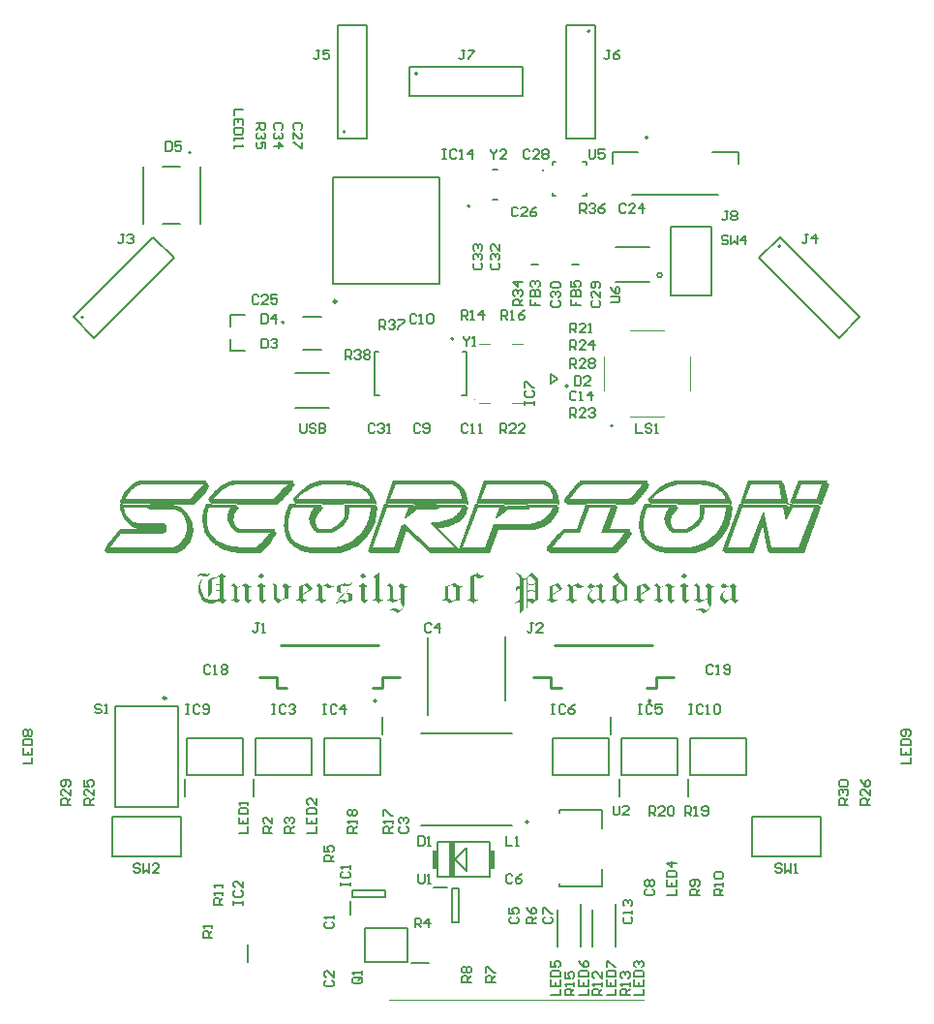
<source format=gto>
G04*
G04 #@! TF.GenerationSoftware,Altium Limited,Altium Designer,20.0.13 (296)*
G04*
G04 Layer_Color=65535*
%FSLAX25Y25*%
%MOIN*%
G70*
G01*
G75*
%ADD10C,0.00787*%
%ADD11C,0.00984*%
%ADD12C,0.00197*%
%ADD13C,0.00600*%
%ADD14C,0.00945*%
%ADD15C,0.01000*%
%ADD16C,0.00394*%
%ADD17C,0.00500*%
%ADD18C,0.00800*%
%ADD19C,0.00200*%
G36*
X-11811Y-114961D02*
X-9843D01*
Y-121260D01*
X-11811D01*
Y-114961D01*
D02*
G37*
G36*
X-5906Y-112205D02*
X-3937D01*
Y-124016D01*
X-5906D01*
Y-112205D01*
D02*
G37*
G36*
X7874Y-114961D02*
X9843D01*
Y-121260D01*
X7874D01*
Y-114961D01*
D02*
G37*
G36*
X-89171Y-20751D02*
X-90209D01*
X-91612Y-20290D01*
X-93150Y-21040D01*
X-91670Y-19579D01*
X-90651D01*
X-90613Y-19598D01*
X-90517Y-19617D01*
X-90344Y-19675D01*
X-90113Y-19752D01*
X-90094D01*
X-90056Y-19771D01*
X-89979Y-19790D01*
X-89863Y-19829D01*
X-89748Y-19867D01*
X-89594Y-19925D01*
X-89421Y-19983D01*
X-89229Y-20040D01*
X-87691Y-19271D01*
X-89171Y-20751D01*
D02*
G37*
G36*
X3892Y-19560D02*
X3949Y-19617D01*
X4026Y-19694D01*
X4122Y-19790D01*
X4219Y-19886D01*
X4295Y-19983D01*
X4372Y-20040D01*
X4411Y-20079D01*
X4449Y-20098D01*
X4507Y-20117D01*
X4564Y-20155D01*
X4641Y-20194D01*
X4661D01*
X4680Y-20213D01*
X4738Y-20232D01*
X4814Y-20271D01*
X4910Y-20328D01*
X5026Y-20386D01*
X5179Y-20463D01*
X5333Y-20540D01*
X6256D01*
X4834Y-21232D01*
X3815D01*
X2892Y-20405D01*
X2527Y-20713D01*
Y-22942D01*
X4334D01*
Y-23173D01*
X2527D01*
Y-28266D01*
X3392Y-28708D01*
X4315D01*
X3411Y-29150D01*
X3392D01*
X3354Y-29189D01*
X3277Y-29227D01*
X3200Y-29266D01*
X3181D01*
X3123Y-29304D01*
X3046Y-29343D01*
X2969Y-29381D01*
X2950Y-29400D01*
X2931Y-29419D01*
X2873Y-29458D01*
X2816Y-29516D01*
X2719Y-29612D01*
X2585Y-29746D01*
X2412Y-29900D01*
X2393Y-29881D01*
X2335Y-29823D01*
X2239Y-29746D01*
X2143Y-29650D01*
X1931Y-29458D01*
X1835Y-29381D01*
X1758Y-29343D01*
X1739Y-29323D01*
X1662Y-29285D01*
X1624Y-29266D01*
X1547Y-29227D01*
X1508Y-29208D01*
X1451Y-29189D01*
X1393Y-29150D01*
X1201Y-29054D01*
X932Y-28920D01*
X9D01*
X1335Y-28266D01*
Y-23173D01*
X-10D01*
Y-22942D01*
X1335D01*
Y-20559D01*
X2835Y-20175D01*
X2892Y-20136D01*
X2912D01*
X3873Y-19540D01*
X3892Y-19560D01*
D02*
G37*
G36*
X76063Y-20674D02*
X74910Y-21251D01*
X73756Y-20674D01*
X74910Y-19521D01*
X76063Y-20674D01*
D02*
G37*
G36*
X-34471D02*
X-35625Y-21251D01*
X-36778Y-20674D01*
X-35625Y-19521D01*
X-34471Y-20674D01*
D02*
G37*
G36*
X-69586D02*
X-70740Y-21251D01*
X-71893Y-20674D01*
X-70740Y-19521D01*
X-69586Y-20674D01*
D02*
G37*
G36*
X-39699Y-23557D02*
X-39718Y-23596D01*
X-39757Y-23673D01*
X-39834Y-23846D01*
X-39891Y-23942D01*
X-39949Y-24076D01*
X-40602Y-25057D01*
Y-25076D01*
X-40641Y-25095D01*
X-40679Y-25153D01*
X-40737Y-25249D01*
X-40756Y-25268D01*
X-40795Y-25326D01*
X-40852Y-25422D01*
X-40929Y-25537D01*
X-40949Y-25556D01*
X-41025Y-25633D01*
X-41141Y-25749D01*
X-41275Y-25883D01*
X-41314Y-25921D01*
X-41410Y-25998D01*
X-41544Y-26133D01*
X-41717Y-26306D01*
X-40506D01*
X-39449Y-26844D01*
Y-28920D01*
X-40949Y-29400D01*
X-40987Y-29439D01*
X-41006D01*
X-41967Y-29900D01*
X-42967Y-29419D01*
X-43870D01*
X-44812Y-29881D01*
X-44869Y-29785D01*
X-44946Y-29727D01*
X-44466Y-29074D01*
X-43505Y-27805D01*
X-42236Y-26517D01*
X-43447D01*
X-44485Y-25998D01*
Y-23923D01*
X-43985Y-23769D01*
X-42986Y-23442D01*
X-41967Y-22942D01*
X-40987Y-23423D01*
X-40084D01*
X-39161Y-22481D01*
X-39699Y-23557D01*
D02*
G37*
G36*
X93073Y-24019D02*
X92554Y-24538D01*
Y-28286D01*
X92957Y-28708D01*
X93668D01*
X92438Y-29900D01*
X91362Y-28843D01*
Y-28478D01*
X90074Y-28901D01*
X89075Y-29900D01*
X87998Y-29362D01*
X87499Y-28362D01*
Y-27344D01*
Y-27325D01*
X87518Y-27305D01*
X87576Y-27190D01*
X87652Y-27036D01*
X87729Y-26863D01*
Y-26844D01*
X87749Y-26825D01*
X87806Y-26709D01*
X87902Y-26537D01*
X87998Y-26344D01*
X88037Y-26306D01*
X88114Y-26229D01*
X88248Y-26114D01*
X88402Y-25960D01*
X88421Y-25941D01*
X88441Y-25921D01*
X88556Y-25806D01*
X88710Y-25652D01*
X88902Y-25460D01*
X87460Y-24019D01*
X88575Y-22904D01*
X89113Y-23442D01*
X89132D01*
X89171Y-23481D01*
X89267Y-23519D01*
X89402Y-23596D01*
X89421D01*
X89440Y-23615D01*
X89498Y-23634D01*
X89574Y-23673D01*
X89671Y-23730D01*
X89767Y-23788D01*
X90055Y-23923D01*
X90113D01*
X90170Y-23942D01*
X90267Y-23980D01*
X90286Y-23961D01*
X90363D01*
X90382Y-23942D01*
X90459Y-23923D01*
X90497Y-23903D01*
X90593Y-23865D01*
X90728Y-23788D01*
X90882Y-23711D01*
X90901D01*
X90920Y-23692D01*
X91035Y-23634D01*
X91189Y-23557D01*
X91400Y-23442D01*
X91958Y-22904D01*
X93073Y-24019D01*
D02*
G37*
G36*
X47291D02*
X46772Y-24538D01*
Y-28286D01*
X47175Y-28708D01*
X47886D01*
X46656Y-29900D01*
X45580Y-28843D01*
Y-28478D01*
X44292Y-28901D01*
X43293Y-29900D01*
X42217Y-29362D01*
X41717Y-28362D01*
Y-27344D01*
Y-27325D01*
X41736Y-27305D01*
X41794Y-27190D01*
X41870Y-27036D01*
X41947Y-26863D01*
Y-26844D01*
X41967Y-26825D01*
X42024Y-26709D01*
X42120Y-26537D01*
X42217Y-26344D01*
X42255Y-26306D01*
X42332Y-26229D01*
X42466Y-26114D01*
X42620Y-25960D01*
X42639Y-25941D01*
X42658Y-25921D01*
X42774Y-25806D01*
X42928Y-25652D01*
X43120Y-25460D01*
X41678Y-24019D01*
X42793Y-22904D01*
X43331Y-23442D01*
X43350D01*
X43389Y-23481D01*
X43485Y-23519D01*
X43619Y-23596D01*
X43639D01*
X43658Y-23615D01*
X43716Y-23634D01*
X43793Y-23673D01*
X43889Y-23730D01*
X43985Y-23788D01*
X44273Y-23923D01*
X44331D01*
X44388Y-23942D01*
X44484Y-23980D01*
X44504Y-23961D01*
X44581D01*
X44600Y-23942D01*
X44677Y-23923D01*
X44715Y-23903D01*
X44811Y-23865D01*
X44946Y-23788D01*
X45099Y-23711D01*
X45119D01*
X45138Y-23692D01*
X45253Y-23634D01*
X45407Y-23557D01*
X45618Y-23442D01*
X46176Y-22904D01*
X47291Y-24019D01*
D02*
G37*
G36*
X69547Y-22923D02*
X69605Y-22981D01*
X69682Y-23058D01*
X69778Y-23154D01*
X70009Y-23365D01*
X70105Y-23442D01*
X70182Y-23500D01*
X70201Y-23519D01*
X70239Y-23538D01*
X70297Y-23557D01*
X70393Y-23615D01*
X70547Y-23692D01*
X70739Y-23788D01*
X70989Y-23903D01*
X71911D01*
X70604Y-24557D01*
Y-28286D01*
X71008Y-28708D01*
X71719D01*
X70489Y-29900D01*
X69413Y-28843D01*
Y-24538D01*
X68529Y-24096D01*
X68087D01*
X66760Y-24557D01*
Y-28247D01*
X67798Y-28766D01*
X66645Y-29900D01*
X66626Y-29881D01*
X66568Y-29823D01*
X66472Y-29746D01*
X66376Y-29650D01*
X66165Y-29458D01*
X66069Y-29381D01*
X65992Y-29343D01*
X65972Y-29323D01*
X65895Y-29285D01*
X65857Y-29266D01*
X65780Y-29227D01*
X65742Y-29208D01*
X65684Y-29189D01*
X65626Y-29150D01*
X65434Y-29054D01*
X65165Y-28920D01*
X64243D01*
X65569Y-28266D01*
Y-24538D01*
X65146Y-24134D01*
X64435D01*
X65665Y-22904D01*
X66760Y-23980D01*
Y-24345D01*
X66780D01*
X66799Y-24326D01*
X66914Y-24307D01*
X67068Y-24249D01*
X67299Y-24192D01*
X67318D01*
X67356Y-24172D01*
X67433Y-24153D01*
X67510Y-24115D01*
X67625Y-24076D01*
X67760Y-24038D01*
X68048Y-23923D01*
X68663Y-23615D01*
X68682D01*
X68740Y-23577D01*
X68817Y-23519D01*
X68971Y-23442D01*
X68990Y-23423D01*
X69009Y-23404D01*
X69067Y-23365D01*
X69125Y-23307D01*
X69240Y-23211D01*
X69355Y-23077D01*
X69528Y-22904D01*
X69547Y-22923D01*
D02*
G37*
G36*
X-76102D02*
X-76044Y-22981D01*
X-75967Y-23058D01*
X-75871Y-23154D01*
X-75641Y-23365D01*
X-75545Y-23442D01*
X-75468Y-23500D01*
X-75448Y-23519D01*
X-75410Y-23538D01*
X-75352Y-23557D01*
X-75256Y-23615D01*
X-75102Y-23692D01*
X-74910Y-23788D01*
X-74660Y-23903D01*
X-73738D01*
X-75045Y-24557D01*
Y-28286D01*
X-74641Y-28708D01*
X-73930D01*
X-75160Y-29900D01*
X-76236Y-28843D01*
Y-24538D01*
X-77121Y-24096D01*
X-77563D01*
X-78889Y-24557D01*
Y-28247D01*
X-77851Y-28766D01*
X-79004Y-29900D01*
X-79023Y-29881D01*
X-79081Y-29823D01*
X-79177Y-29746D01*
X-79273Y-29650D01*
X-79485Y-29458D01*
X-79581Y-29381D01*
X-79658Y-29343D01*
X-79677Y-29323D01*
X-79754Y-29285D01*
X-79792Y-29266D01*
X-79869Y-29227D01*
X-79907Y-29208D01*
X-79965Y-29189D01*
X-80023Y-29150D01*
X-80215Y-29054D01*
X-80484Y-28920D01*
X-81407D01*
X-80080Y-28266D01*
Y-24538D01*
X-80503Y-24134D01*
X-81214D01*
X-79984Y-22904D01*
X-78889Y-23980D01*
Y-24345D01*
X-78869D01*
X-78850Y-24326D01*
X-78735Y-24307D01*
X-78581Y-24249D01*
X-78351Y-24192D01*
X-78331D01*
X-78293Y-24172D01*
X-78216Y-24153D01*
X-78139Y-24115D01*
X-78024Y-24076D01*
X-77889Y-24038D01*
X-77601Y-23923D01*
X-76986Y-23615D01*
X-76967D01*
X-76909Y-23577D01*
X-76832Y-23519D01*
X-76679Y-23442D01*
X-76659Y-23423D01*
X-76640Y-23404D01*
X-76582Y-23365D01*
X-76525Y-23307D01*
X-76409Y-23211D01*
X-76294Y-23077D01*
X-76121Y-22904D01*
X-76102Y-22923D01*
D02*
G37*
G36*
X36489Y-23884D02*
X38430Y-22923D01*
X38449Y-22942D01*
X38507Y-23000D01*
X38584Y-23096D01*
X38680Y-23192D01*
X38699Y-23211D01*
X38757Y-23269D01*
X38853Y-23346D01*
X38949Y-23442D01*
X38968D01*
X39007Y-23461D01*
X39064Y-23500D01*
X39180Y-23557D01*
X39353Y-23653D01*
X39564Y-23750D01*
X39718Y-23826D01*
X39872Y-23903D01*
X40794D01*
X39391Y-24614D01*
X38353D01*
X37411Y-23673D01*
X36585Y-24096D01*
Y-28266D01*
X37450Y-28708D01*
X38372D01*
X37469Y-29150D01*
X37450D01*
X37411Y-29189D01*
X37335Y-29227D01*
X37258Y-29266D01*
X37238D01*
X37181Y-29304D01*
X37104Y-29343D01*
X37027Y-29381D01*
X37008Y-29400D01*
X36989Y-29419D01*
X36931Y-29458D01*
X36873Y-29516D01*
X36777Y-29612D01*
X36643Y-29746D01*
X36470Y-29900D01*
X36450Y-29881D01*
X36393Y-29823D01*
X36297Y-29746D01*
X36201Y-29650D01*
X35989Y-29458D01*
X35893Y-29381D01*
X35816Y-29343D01*
X35797Y-29323D01*
X35720Y-29285D01*
X35682Y-29266D01*
X35605Y-29227D01*
X35566Y-29208D01*
X35509Y-29189D01*
X35451Y-29150D01*
X35259Y-29054D01*
X34990Y-28920D01*
X34067D01*
X35393Y-28266D01*
Y-24538D01*
X34971Y-24134D01*
X34259D01*
X35489Y-22904D01*
X36489Y-23884D01*
D02*
G37*
G36*
X-49732D02*
X-47791Y-22923D01*
X-47772Y-22942D01*
X-47714Y-23000D01*
X-47637Y-23096D01*
X-47541Y-23192D01*
X-47522Y-23211D01*
X-47464Y-23269D01*
X-47368Y-23346D01*
X-47272Y-23442D01*
X-47253D01*
X-47214Y-23461D01*
X-47157Y-23500D01*
X-47041Y-23557D01*
X-46868Y-23653D01*
X-46657Y-23750D01*
X-46503Y-23826D01*
X-46349Y-23903D01*
X-45427D01*
X-46830Y-24614D01*
X-47868D01*
X-48809Y-23673D01*
X-49636Y-24096D01*
Y-28266D01*
X-48771Y-28708D01*
X-47848D01*
X-48752Y-29150D01*
X-48771D01*
X-48809Y-29189D01*
X-48886Y-29227D01*
X-48963Y-29266D01*
X-48982D01*
X-49040Y-29304D01*
X-49117Y-29343D01*
X-49194Y-29381D01*
X-49213Y-29400D01*
X-49232Y-29419D01*
X-49290Y-29458D01*
X-49348Y-29516D01*
X-49444Y-29612D01*
X-49578Y-29746D01*
X-49751Y-29900D01*
X-49771Y-29881D01*
X-49828Y-29823D01*
X-49924Y-29746D01*
X-50020Y-29650D01*
X-50232Y-29458D01*
X-50328Y-29381D01*
X-50405Y-29343D01*
X-50424Y-29323D01*
X-50501Y-29285D01*
X-50539Y-29266D01*
X-50616Y-29227D01*
X-50655Y-29208D01*
X-50712Y-29189D01*
X-50770Y-29150D01*
X-50962Y-29054D01*
X-51231Y-28920D01*
X-52154D01*
X-50828Y-28266D01*
Y-24538D01*
X-51250Y-24134D01*
X-51961D01*
X-50731Y-22904D01*
X-49732Y-23884D01*
D02*
G37*
G36*
X-84367Y-19540D02*
X-84309Y-19598D01*
X-84232Y-19675D01*
X-84117Y-19771D01*
X-83886Y-19983D01*
X-83751Y-20079D01*
X-83636Y-20155D01*
X-83617D01*
X-83578Y-20194D01*
X-83502Y-20232D01*
X-83367Y-20309D01*
X-83348D01*
X-83329Y-20328D01*
X-83271Y-20348D01*
X-83194Y-20386D01*
X-83098Y-20444D01*
X-82983Y-20501D01*
X-82848Y-20559D01*
X-82694Y-20636D01*
X-83790Y-21193D01*
Y-27843D01*
X-83367Y-28708D01*
X-82675D01*
X-83905Y-29900D01*
X-84905Y-28977D01*
X-84924D01*
X-84962Y-28997D01*
X-85020Y-29035D01*
X-85116Y-29093D01*
X-85251Y-29150D01*
X-85404Y-29227D01*
X-85577Y-29323D01*
X-85789Y-29419D01*
X-85846D01*
X-85923Y-29458D01*
X-86039Y-29496D01*
X-86077Y-29516D01*
X-86173Y-29535D01*
X-86346Y-29592D01*
X-86577Y-29669D01*
X-87269Y-29900D01*
X-88768D01*
X-88806Y-29881D01*
X-88883Y-29862D01*
X-88960Y-29842D01*
X-89191Y-29765D01*
X-89460Y-29669D01*
X-89479D01*
X-89517Y-29650D01*
X-89594Y-29612D01*
X-89690Y-29592D01*
X-89940Y-29496D01*
X-90229Y-29400D01*
X-90555Y-29074D01*
X-91228Y-28420D01*
X-91247Y-28362D01*
X-91286Y-28324D01*
X-91305Y-28266D01*
X-91343Y-28189D01*
X-91401Y-28093D01*
X-91728Y-27421D01*
X-92054Y-26440D01*
Y-26421D01*
X-92093Y-26364D01*
Y-26344D01*
X-92112Y-26325D01*
X-92151Y-26210D01*
Y-26191D01*
X-92170Y-26133D01*
X-92189Y-26037D01*
X-92208Y-25941D01*
Y-24000D01*
Y-23980D01*
Y-23923D01*
X-92189Y-23846D01*
X-92151Y-23750D01*
Y-23730D01*
X-92131Y-23692D01*
X-92093Y-23596D01*
Y-23577D01*
X-92074Y-23557D01*
X-92054Y-23500D01*
X-91708Y-22520D01*
Y-22500D01*
X-91689Y-22462D01*
X-91651Y-22404D01*
X-91612Y-22308D01*
X-91593Y-22289D01*
X-91555Y-22193D01*
X-91497Y-22077D01*
X-91420Y-21904D01*
X-90786Y-20655D01*
X-91497Y-23538D01*
Y-24961D01*
Y-24999D01*
X-91478Y-25037D01*
X-91459Y-25114D01*
Y-25133D01*
X-91439Y-25191D01*
X-91401Y-25287D01*
X-91363Y-25422D01*
X-91036Y-26383D01*
X-90728Y-26998D01*
X-90709Y-27017D01*
X-90690Y-27075D01*
X-90632Y-27171D01*
X-90555Y-27305D01*
X-89940Y-27940D01*
X-89633Y-28247D01*
X-88230Y-28708D01*
X-86423D01*
Y-21251D01*
X-87788Y-21597D01*
X-87653D01*
Y-25960D01*
X-87672Y-25998D01*
X-87711Y-26094D01*
X-87788Y-26248D01*
X-87884Y-26421D01*
Y-26440D01*
X-87903Y-26460D01*
X-87961Y-26575D01*
X-88038Y-26767D01*
X-88153Y-26979D01*
X-88172Y-26998D01*
X-88249Y-27075D01*
X-88345Y-27171D01*
X-88480Y-27286D01*
X-88518Y-27305D01*
X-88595Y-27382D01*
X-88710Y-27498D01*
X-88845Y-27651D01*
Y-22539D01*
X-88345Y-21501D01*
X-87019Y-21174D01*
X-87000D01*
X-86942Y-21155D01*
X-86865Y-21136D01*
X-86769Y-21116D01*
X-86730D01*
X-86654Y-21078D01*
X-86519Y-21059D01*
X-86365Y-21001D01*
X-85424Y-20540D01*
X-84386Y-19521D01*
X-84367Y-19540D01*
D02*
G37*
G36*
X83193Y-22923D02*
X83251Y-22981D01*
X83328Y-23058D01*
X83443Y-23154D01*
X83655Y-23365D01*
X83751Y-23442D01*
X83828Y-23500D01*
X83847Y-23519D01*
X83885Y-23538D01*
X83962Y-23557D01*
X84058Y-23615D01*
X84193Y-23692D01*
X84404Y-23788D01*
X84654Y-23923D01*
X85577D01*
X84270Y-24576D01*
Y-30265D01*
X83751Y-31764D01*
Y-31784D01*
X83712Y-31803D01*
X83616Y-31918D01*
X83463Y-32072D01*
X83290Y-32245D01*
X83270Y-32264D01*
X83251Y-32283D01*
X83136Y-32399D01*
X82963Y-32572D01*
X82751Y-32764D01*
X82732D01*
X82713Y-32783D01*
X82598Y-32841D01*
X82444Y-32917D01*
X82252Y-33014D01*
X82232D01*
X82213Y-33033D01*
X82098Y-33090D01*
X81925Y-33187D01*
X81714Y-33302D01*
X81175Y-32764D01*
X81137Y-32745D01*
X81060Y-32706D01*
X81002Y-32668D01*
X80926Y-32629D01*
X80906D01*
X80887Y-32610D01*
X80829Y-32572D01*
X80753Y-32552D01*
X80656Y-32495D01*
X80541Y-32437D01*
X80407Y-32379D01*
X80253Y-32302D01*
X78850D01*
X80253Y-31591D01*
X81271D01*
X81310Y-31611D01*
X81406Y-31649D01*
X81541Y-31726D01*
X81714Y-31803D01*
X81733D01*
X81752Y-31822D01*
X81810Y-31860D01*
X81887Y-31880D01*
X82079Y-31976D01*
X82290Y-32091D01*
X82694Y-32514D01*
X83559Y-31668D01*
Y-30765D01*
Y-30746D01*
Y-30688D01*
X83520Y-30611D01*
X83482Y-30515D01*
X83463Y-30477D01*
X83443Y-30419D01*
X83405Y-30323D01*
X83386Y-30265D01*
X83078Y-29343D01*
Y-28516D01*
X83059D01*
X83040Y-28535D01*
X82924Y-28555D01*
X82751Y-28612D01*
X82521Y-28689D01*
X82502D01*
X82463Y-28708D01*
X82386Y-28728D01*
X82309Y-28747D01*
X82194Y-28785D01*
X82060Y-28843D01*
X81771Y-28939D01*
X81156Y-29266D01*
X81137D01*
X81060Y-29304D01*
X80964Y-29343D01*
X80849Y-29419D01*
X80829Y-29439D01*
X80772Y-29496D01*
X80676Y-29573D01*
X80656Y-29592D01*
X80580Y-29669D01*
X80464Y-29785D01*
X80291Y-29938D01*
X80272Y-29919D01*
X80214Y-29862D01*
X80137Y-29785D01*
X80041Y-29689D01*
X79830Y-29496D01*
X79734Y-29419D01*
X79657Y-29381D01*
X79619Y-29362D01*
X79561Y-29323D01*
X79426Y-29266D01*
X79388Y-29247D01*
X79273Y-29189D01*
X79196Y-29150D01*
X79100Y-29093D01*
X78965Y-29035D01*
X78831Y-28958D01*
X77908D01*
X79234Y-28286D01*
Y-24538D01*
X78811Y-24134D01*
X78100D01*
X79330Y-22904D01*
X80426Y-23980D01*
Y-28286D01*
X81291Y-28728D01*
X81733D01*
X83078Y-28286D01*
Y-24576D01*
X82021Y-24057D01*
X83174Y-22904D01*
X83193Y-22923D01*
D02*
G37*
G36*
X-22440D02*
X-22382Y-22981D01*
X-22305Y-23058D01*
X-22190Y-23154D01*
X-21978Y-23365D01*
X-21882Y-23442D01*
X-21805Y-23500D01*
X-21786Y-23519D01*
X-21748Y-23538D01*
X-21671Y-23557D01*
X-21575Y-23615D01*
X-21440Y-23692D01*
X-21229Y-23788D01*
X-20979Y-23923D01*
X-20056D01*
X-21363Y-24576D01*
Y-30265D01*
X-21882Y-31764D01*
Y-31784D01*
X-21921Y-31803D01*
X-22017Y-31918D01*
X-22171Y-32072D01*
X-22343Y-32245D01*
X-22363Y-32264D01*
X-22382Y-32283D01*
X-22497Y-32399D01*
X-22670Y-32572D01*
X-22882Y-32764D01*
X-22901D01*
X-22920Y-32783D01*
X-23035Y-32841D01*
X-23189Y-32917D01*
X-23381Y-33014D01*
X-23401D01*
X-23420Y-33033D01*
X-23535Y-33090D01*
X-23708Y-33187D01*
X-23920Y-33302D01*
X-24458Y-32764D01*
X-24496Y-32745D01*
X-24573Y-32706D01*
X-24631Y-32668D01*
X-24708Y-32629D01*
X-24727D01*
X-24746Y-32610D01*
X-24804Y-32572D01*
X-24881Y-32552D01*
X-24977Y-32495D01*
X-25092Y-32437D01*
X-25227Y-32379D01*
X-25380Y-32302D01*
X-26783D01*
X-25380Y-31591D01*
X-24362D01*
X-24323Y-31611D01*
X-24227Y-31649D01*
X-24092Y-31726D01*
X-23920Y-31803D01*
X-23900D01*
X-23881Y-31822D01*
X-23823Y-31860D01*
X-23747Y-31880D01*
X-23554Y-31976D01*
X-23343Y-32091D01*
X-22939Y-32514D01*
X-22074Y-31668D01*
Y-30765D01*
Y-30746D01*
Y-30688D01*
X-22113Y-30611D01*
X-22151Y-30515D01*
X-22171Y-30477D01*
X-22190Y-30419D01*
X-22228Y-30323D01*
X-22247Y-30265D01*
X-22555Y-29343D01*
Y-28516D01*
X-22574D01*
X-22593Y-28535D01*
X-22709Y-28555D01*
X-22882Y-28612D01*
X-23112Y-28689D01*
X-23132D01*
X-23170Y-28708D01*
X-23247Y-28728D01*
X-23324Y-28747D01*
X-23439Y-28785D01*
X-23574Y-28843D01*
X-23862Y-28939D01*
X-24477Y-29266D01*
X-24496D01*
X-24573Y-29304D01*
X-24669Y-29343D01*
X-24784Y-29419D01*
X-24804Y-29439D01*
X-24861Y-29496D01*
X-24957Y-29573D01*
X-24977Y-29592D01*
X-25054Y-29669D01*
X-25169Y-29785D01*
X-25342Y-29938D01*
X-25361Y-29919D01*
X-25419Y-29862D01*
X-25496Y-29785D01*
X-25592Y-29689D01*
X-25803Y-29496D01*
X-25899Y-29419D01*
X-25976Y-29381D01*
X-26015Y-29362D01*
X-26072Y-29323D01*
X-26207Y-29266D01*
X-26245Y-29247D01*
X-26360Y-29189D01*
X-26437Y-29150D01*
X-26533Y-29093D01*
X-26668Y-29035D01*
X-26803Y-28958D01*
X-27725D01*
X-26399Y-28286D01*
Y-24538D01*
X-26822Y-24134D01*
X-27533D01*
X-26303Y-22904D01*
X-25207Y-23980D01*
Y-28286D01*
X-24342Y-28728D01*
X-23900D01*
X-22555Y-28286D01*
Y-24576D01*
X-23612Y-24057D01*
X-22459Y-22904D01*
X-22440Y-22923D01*
D02*
G37*
G36*
X17999Y-19809D02*
X18019D01*
X18057Y-19829D01*
X18115Y-19867D01*
X18192Y-19925D01*
X18211D01*
X18288Y-19963D01*
X18403Y-20002D01*
X18537Y-20059D01*
X19037Y-20578D01*
X19556Y-21578D01*
Y-21885D01*
X19575Y-21866D01*
X19633Y-21847D01*
X19710Y-21789D01*
X19825Y-21712D01*
X19940Y-21635D01*
X20094Y-21539D01*
X20440Y-21309D01*
X20459Y-21289D01*
X20517Y-21251D01*
X20613Y-21174D01*
X20748Y-21078D01*
X20901Y-20963D01*
X21075Y-20828D01*
X21478Y-20540D01*
X22804Y-19521D01*
X24842Y-21558D01*
Y-28420D01*
X23881Y-28901D01*
Y-28997D01*
X23785Y-28958D01*
X22824Y-29919D01*
X21805Y-29419D01*
X20978D01*
Y-31707D01*
X20767D01*
Y-21328D01*
X19556Y-22154D01*
Y-32226D01*
X18364Y-33417D01*
Y-29458D01*
X16270Y-30131D01*
X18364Y-28785D01*
Y-25095D01*
X17538D01*
X16923Y-25729D01*
Y-24461D01*
X17461Y-23903D01*
X18364D01*
Y-21155D01*
Y-21136D01*
X18345Y-21116D01*
X18288Y-21020D01*
X18211Y-20886D01*
X18134Y-20713D01*
Y-20694D01*
X18115Y-20674D01*
X18057Y-20559D01*
X17980Y-20405D01*
X17884Y-20232D01*
X16942Y-19271D01*
X17999Y-19809D01*
D02*
G37*
G36*
X74948Y-22885D02*
X75006Y-22942D01*
X75083Y-23019D01*
X75179Y-23115D01*
X75275Y-23211D01*
X75352Y-23307D01*
X75429Y-23365D01*
X75467Y-23404D01*
X75506Y-23423D01*
X75544Y-23442D01*
X75602Y-23481D01*
X75678Y-23519D01*
X75775Y-23557D01*
X75794D01*
X75832Y-23577D01*
X75890Y-23615D01*
X75986Y-23653D01*
X76101Y-23711D01*
X76255Y-23788D01*
X76428Y-23884D01*
X76620Y-23980D01*
X75525Y-24538D01*
Y-28286D01*
X75928Y-28689D01*
X76639D01*
X75409Y-29900D01*
X74333Y-28843D01*
Y-24538D01*
X73218Y-23980D01*
X73238D01*
X73257Y-23961D01*
X73372Y-23903D01*
X73526Y-23826D01*
X73737Y-23730D01*
X73756D01*
X73795Y-23711D01*
X73853Y-23673D01*
X73930Y-23634D01*
X74122Y-23519D01*
X74371Y-23404D01*
X74391Y-23384D01*
X74410Y-23365D01*
X74468Y-23327D01*
X74525Y-23250D01*
X74641Y-23154D01*
X74756Y-23039D01*
X74929Y-22865D01*
X74948Y-22885D01*
D02*
G37*
G36*
X63358Y-24999D02*
X59937Y-26959D01*
Y-28247D01*
X60802Y-28689D01*
X61725D01*
X60821Y-29150D01*
X60802D01*
X60764Y-29189D01*
X60687Y-29227D01*
X60610Y-29266D01*
X60591D01*
X60533Y-29285D01*
X60456Y-29323D01*
X60379Y-29381D01*
X60360Y-29400D01*
X60341Y-29419D01*
X60283Y-29458D01*
X60226Y-29516D01*
X60129Y-29612D01*
X59995Y-29746D01*
X59822Y-29900D01*
X59803Y-29881D01*
X59745Y-29823D01*
X59649Y-29746D01*
X59553Y-29650D01*
X59342Y-29458D01*
X59245Y-29381D01*
X59168Y-29343D01*
X59149Y-29323D01*
X59072Y-29285D01*
X59034Y-29266D01*
X58957Y-29227D01*
X58919Y-29208D01*
X58861Y-29189D01*
X58803Y-29150D01*
X58611Y-29054D01*
X58342Y-28920D01*
X57420D01*
X58746Y-28247D01*
Y-23923D01*
X60745Y-23423D01*
X60764Y-23404D01*
X60821Y-23384D01*
X60898Y-23346D01*
X61033Y-23288D01*
X61206Y-23192D01*
X61456Y-23077D01*
X61609Y-23000D01*
X61782Y-22904D01*
X63358Y-24999D01*
D02*
G37*
G36*
X52614Y-21059D02*
X55517Y-23961D01*
Y-28939D01*
X54402D01*
X54364Y-28958D01*
X54287Y-28977D01*
X54267D01*
X54210Y-28997D01*
X54114Y-29035D01*
X53979Y-29074D01*
X53037Y-29400D01*
X52999Y-29419D01*
X52922Y-29458D01*
X52788Y-29516D01*
X52595Y-29612D01*
X52576D01*
X52557Y-29631D01*
X52499Y-29669D01*
X52422Y-29689D01*
X52230Y-29785D01*
X51999Y-29900D01*
X51481Y-29400D01*
X51461D01*
X51423Y-29362D01*
X51327Y-29323D01*
X51231Y-29285D01*
X51096Y-29208D01*
X50942Y-29131D01*
X50750Y-29035D01*
X50558Y-28939D01*
X49155D01*
X50481Y-28266D01*
Y-23923D01*
X50981Y-23769D01*
X51980Y-23423D01*
X52788Y-23019D01*
X50404Y-20617D01*
X52076Y-19502D01*
X52614Y-21059D01*
D02*
G37*
G36*
X33183Y-24999D02*
X29762Y-26959D01*
Y-28247D01*
X30627Y-28689D01*
X31549D01*
X30646Y-29150D01*
X30627D01*
X30588Y-29189D01*
X30512Y-29227D01*
X30435Y-29266D01*
X30415D01*
X30358Y-29285D01*
X30281Y-29323D01*
X30204Y-29381D01*
X30185Y-29400D01*
X30165Y-29419D01*
X30108Y-29458D01*
X30050Y-29516D01*
X29954Y-29612D01*
X29820Y-29746D01*
X29647Y-29900D01*
X29627Y-29881D01*
X29570Y-29823D01*
X29474Y-29746D01*
X29377Y-29650D01*
X29166Y-29458D01*
X29070Y-29381D01*
X28993Y-29343D01*
X28974Y-29323D01*
X28897Y-29285D01*
X28859Y-29266D01*
X28782Y-29227D01*
X28743Y-29208D01*
X28686Y-29189D01*
X28628Y-29150D01*
X28436Y-29054D01*
X28167Y-28920D01*
X27244D01*
X28570Y-28247D01*
Y-23923D01*
X30569Y-23423D01*
X30588Y-23404D01*
X30646Y-23384D01*
X30723Y-23346D01*
X30857Y-23288D01*
X31030Y-23192D01*
X31280Y-23077D01*
X31434Y-23000D01*
X31607Y-22904D01*
X33183Y-24999D01*
D02*
G37*
G36*
X-3912Y-22923D02*
X-3854Y-22981D01*
X-3777Y-23077D01*
X-3681Y-23173D01*
X-3662Y-23192D01*
X-3604Y-23250D01*
X-3508Y-23327D01*
X-3412Y-23423D01*
X-3393D01*
X-3373Y-23442D01*
X-3297Y-23500D01*
X-3162Y-23577D01*
X-3143D01*
X-3124Y-23596D01*
X-3066Y-23615D01*
X-2989Y-23653D01*
X-2893Y-23711D01*
X-2778Y-23769D01*
X-2643Y-23826D01*
X-2489Y-23903D01*
X-1086D01*
X-2393Y-24557D01*
Y-28939D01*
X-3508D01*
X-3546Y-28958D01*
X-3623Y-28977D01*
X-3642D01*
X-3700Y-28997D01*
X-3796Y-29035D01*
X-3931Y-29074D01*
X-4873Y-29400D01*
X-4911Y-29419D01*
X-4988Y-29458D01*
X-5122Y-29535D01*
X-5315Y-29631D01*
X-5334D01*
X-5353Y-29650D01*
X-5411Y-29669D01*
X-5488Y-29708D01*
X-5680Y-29785D01*
X-5910Y-29900D01*
X-6429Y-29400D01*
X-6449D01*
X-6487Y-29362D01*
X-6583Y-29323D01*
X-6679Y-29285D01*
X-6814Y-29208D01*
X-6967Y-29131D01*
X-7160Y-29035D01*
X-7352Y-28939D01*
X-8755D01*
X-7429Y-28266D01*
Y-23903D01*
X-6372D01*
X-6352Y-23884D01*
X-6314D01*
X-6237Y-23865D01*
X-6218D01*
X-6141Y-23826D01*
X-6045Y-23807D01*
X-5910Y-23750D01*
X-4969Y-23423D01*
X-4930Y-23404D01*
X-4853Y-23365D01*
X-4719Y-23307D01*
X-4546Y-23231D01*
X-4527D01*
X-4488Y-23211D01*
X-4450Y-23173D01*
X-4373Y-23135D01*
X-4181Y-23039D01*
X-3931Y-22904D01*
X-3912Y-22923D01*
D02*
G37*
G36*
X-30108D02*
X-28782D01*
Y-23154D01*
X-30108D01*
Y-28247D01*
X-29243Y-28689D01*
X-28321D01*
X-29224Y-29150D01*
X-29243D01*
X-29282Y-29189D01*
X-29359Y-29227D01*
X-29436Y-29266D01*
X-29455D01*
X-29513Y-29285D01*
X-29590Y-29323D01*
X-29666Y-29381D01*
X-29686Y-29400D01*
X-29705Y-29419D01*
X-29762Y-29458D01*
X-29820Y-29516D01*
X-29916Y-29612D01*
X-30051Y-29746D01*
X-30224Y-29900D01*
X-30243Y-29881D01*
X-30301Y-29823D01*
X-30397Y-29746D01*
X-30493Y-29650D01*
X-30704Y-29458D01*
X-30800Y-29381D01*
X-30877Y-29323D01*
X-30896Y-29304D01*
X-30973Y-29285D01*
X-31012Y-29266D01*
X-31089Y-29227D01*
X-31127Y-29208D01*
X-31185Y-29189D01*
X-31242Y-29150D01*
X-31435Y-29054D01*
X-31704Y-28920D01*
X-32626D01*
X-31300Y-28247D01*
Y-23154D01*
X-32645D01*
Y-22923D01*
X-31300D01*
Y-21616D01*
X-31819Y-20597D01*
X-30108Y-19464D01*
Y-22923D01*
D02*
G37*
G36*
X-35586Y-22885D02*
X-35528Y-22942D01*
X-35452Y-23019D01*
X-35355Y-23115D01*
X-35259Y-23211D01*
X-35182Y-23307D01*
X-35106Y-23365D01*
X-35067Y-23404D01*
X-35029Y-23423D01*
X-34990Y-23442D01*
X-34933Y-23481D01*
X-34856Y-23519D01*
X-34760Y-23557D01*
X-34740D01*
X-34702Y-23577D01*
X-34644Y-23615D01*
X-34548Y-23653D01*
X-34433Y-23711D01*
X-34279Y-23788D01*
X-34106Y-23884D01*
X-33914Y-23980D01*
X-35010Y-24538D01*
Y-28286D01*
X-34606Y-28689D01*
X-33895D01*
X-35125Y-29900D01*
X-36201Y-28843D01*
Y-24538D01*
X-37316Y-23980D01*
X-37297D01*
X-37277Y-23961D01*
X-37162Y-23903D01*
X-37008Y-23826D01*
X-36797Y-23730D01*
X-36778D01*
X-36739Y-23711D01*
X-36682Y-23673D01*
X-36605Y-23634D01*
X-36413Y-23519D01*
X-36163Y-23404D01*
X-36143Y-23384D01*
X-36124Y-23365D01*
X-36067Y-23327D01*
X-36009Y-23250D01*
X-35894Y-23154D01*
X-35778Y-23039D01*
X-35605Y-22865D01*
X-35586Y-22885D01*
D02*
G37*
G36*
X-53038Y-24999D02*
X-56459Y-26959D01*
Y-28247D01*
X-55594Y-28689D01*
X-54672D01*
X-55575Y-29150D01*
X-55594D01*
X-55633Y-29189D01*
X-55709Y-29227D01*
X-55786Y-29266D01*
X-55805D01*
X-55863Y-29285D01*
X-55940Y-29323D01*
X-56017Y-29381D01*
X-56036Y-29400D01*
X-56055Y-29419D01*
X-56113Y-29458D01*
X-56171Y-29516D01*
X-56267Y-29612D01*
X-56401Y-29746D01*
X-56574Y-29900D01*
X-56594Y-29881D01*
X-56651Y-29823D01*
X-56747Y-29746D01*
X-56843Y-29650D01*
X-57055Y-29458D01*
X-57151Y-29381D01*
X-57228Y-29343D01*
X-57247Y-29323D01*
X-57324Y-29285D01*
X-57362Y-29266D01*
X-57439Y-29227D01*
X-57478Y-29208D01*
X-57535Y-29189D01*
X-57593Y-29150D01*
X-57785Y-29054D01*
X-58054Y-28920D01*
X-58977D01*
X-57651Y-28247D01*
Y-23923D01*
X-55652Y-23423D01*
X-55633Y-23404D01*
X-55575Y-23384D01*
X-55498Y-23346D01*
X-55364Y-23288D01*
X-55190Y-23192D01*
X-54941Y-23077D01*
X-54787Y-23000D01*
X-54614Y-22904D01*
X-53038Y-24999D01*
D02*
G37*
G36*
X-67011Y-22808D02*
X-66953Y-22846D01*
X-66876Y-22865D01*
X-66684Y-22962D01*
X-66473Y-23077D01*
X-66453D01*
X-66415Y-23096D01*
X-66357Y-23135D01*
X-66261Y-23173D01*
X-66031Y-23288D01*
X-65762Y-23423D01*
X-65223Y-23961D01*
Y-27805D01*
X-65204Y-27824D01*
X-65166Y-27863D01*
X-65031Y-27997D01*
X-64897Y-28151D01*
X-64839Y-28189D01*
X-64801Y-28228D01*
X-64762Y-28247D01*
X-64685Y-28266D01*
X-64570Y-28343D01*
X-64551D01*
X-64531Y-28362D01*
X-64474Y-28382D01*
X-64397Y-28420D01*
X-64301Y-28478D01*
X-64186Y-28535D01*
X-64051Y-28612D01*
X-63897Y-28689D01*
X-62571Y-28247D01*
Y-24557D01*
X-63628Y-24038D01*
X-62475Y-22904D01*
X-62456Y-22923D01*
X-62398Y-22981D01*
X-62321Y-23058D01*
X-62206Y-23154D01*
X-61994Y-23346D01*
X-61898Y-23423D01*
X-61821Y-23481D01*
X-61802Y-23500D01*
X-61764Y-23519D01*
X-61687Y-23538D01*
X-61591Y-23596D01*
X-61456Y-23673D01*
X-61245Y-23769D01*
X-60995Y-23903D01*
X-60072D01*
X-61379Y-24557D01*
Y-28439D01*
X-62475D01*
X-62513Y-28458D01*
X-62571Y-28478D01*
X-62648Y-28497D01*
X-62840Y-28574D01*
X-63090Y-28651D01*
X-63109D01*
X-63148Y-28670D01*
X-63225Y-28689D01*
X-63321Y-28728D01*
X-63436Y-28766D01*
X-63551Y-28804D01*
X-63859Y-28901D01*
X-64858Y-29900D01*
X-66415Y-28362D01*
Y-24038D01*
X-67049Y-22789D01*
X-67030D01*
X-67011Y-22808D01*
D02*
G37*
G36*
X-70701Y-22885D02*
X-70643Y-22942D01*
X-70566Y-23019D01*
X-70470Y-23115D01*
X-70374Y-23211D01*
X-70297Y-23307D01*
X-70221Y-23365D01*
X-70182Y-23404D01*
X-70144Y-23423D01*
X-70105Y-23442D01*
X-70048Y-23481D01*
X-69971Y-23519D01*
X-69875Y-23557D01*
X-69855D01*
X-69817Y-23577D01*
X-69759Y-23615D01*
X-69663Y-23653D01*
X-69548Y-23711D01*
X-69394Y-23788D01*
X-69221Y-23884D01*
X-69029Y-23980D01*
X-70124Y-24538D01*
Y-28286D01*
X-69721Y-28689D01*
X-69010D01*
X-70240Y-29900D01*
X-71316Y-28843D01*
Y-24538D01*
X-72431Y-23980D01*
X-72412D01*
X-72392Y-23961D01*
X-72277Y-23903D01*
X-72123Y-23826D01*
X-71912Y-23730D01*
X-71893D01*
X-71854Y-23711D01*
X-71797Y-23673D01*
X-71720Y-23634D01*
X-71527Y-23519D01*
X-71278Y-23404D01*
X-71258Y-23384D01*
X-71239Y-23365D01*
X-71181Y-23327D01*
X-71124Y-23250D01*
X-71009Y-23154D01*
X-70893Y-23039D01*
X-70720Y-22865D01*
X-70701Y-22885D01*
D02*
G37*
G36*
X124126Y11783D02*
X124895Y11053D01*
X122358Y3864D01*
X121210D01*
X121281Y4364D01*
X112274D01*
X112748Y3864D01*
X121210D01*
X121204Y3826D01*
X121973Y3057D01*
X116246Y-12857D01*
X104791D01*
X104060Y-12127D01*
X103637D01*
X102138Y-3093D01*
X99025Y-12857D01*
X89453D01*
X88723Y-12127D01*
X88184D01*
X93989Y4364D01*
X95053D01*
X94835Y4595D01*
X94296D01*
X96910Y12360D01*
X108788D01*
X108827Y11783D01*
X109519Y11130D01*
X110864Y3864D01*
X110354D01*
X110287Y4364D01*
X95053D01*
X95526Y3864D01*
X110354D01*
X110364Y3788D01*
X111018Y3173D01*
X110979Y2250D01*
X111287Y4364D01*
X112274D01*
X112056Y4595D01*
X111479D01*
X114208Y12360D01*
X124203D01*
X124126Y11783D01*
D02*
G37*
G36*
X80612Y12321D02*
X81803Y12206D01*
X82342Y12129D01*
X82880Y12052D01*
X83341Y11975D01*
X83764Y11898D01*
X84148Y11822D01*
X84494Y11745D01*
X84802Y11668D01*
X85032Y11591D01*
X85225Y11514D01*
X85378Y11476D01*
X85455Y11437D01*
X85494D01*
X86378Y11053D01*
X87185Y10591D01*
X87839Y10092D01*
X88415Y9630D01*
X88838Y9169D01*
X89145Y8823D01*
X89261Y8669D01*
X89338Y8554D01*
X89415Y8516D01*
Y8477D01*
X89953Y7824D01*
X90414Y7093D01*
X90760Y6325D01*
X91029Y5556D01*
X91260Y4902D01*
X91337Y4595D01*
X91375Y4364D01*
X91452Y4172D01*
Y3980D01*
X91490Y3903D01*
Y3864D01*
X90837D01*
Y4364D01*
X80112D01*
Y4326D01*
X80151Y4172D01*
X80189Y3941D01*
X80200Y3864D01*
X90837D01*
X91567Y3134D01*
Y2750D01*
X91529Y2404D01*
X91490Y2096D01*
Y1827D01*
X91452Y1635D01*
Y1443D01*
X91413Y1366D01*
Y1327D01*
X91375Y828D01*
X91298Y366D01*
Y213D01*
X91260Y59D01*
Y-18D01*
Y-56D01*
X91067Y-979D01*
X90837Y-1902D01*
X90529Y-2709D01*
X90222Y-3439D01*
X89953Y-4054D01*
X89837Y-4323D01*
X89722Y-4515D01*
X89607Y-4708D01*
X89568Y-4823D01*
X89491Y-4900D01*
Y-4938D01*
X88953Y-5784D01*
X88377Y-6553D01*
X87800Y-7283D01*
X87300Y-7860D01*
X86801Y-8360D01*
X86455Y-8744D01*
X86301Y-8859D01*
X86186Y-8975D01*
X86147Y-9013D01*
X86109Y-9051D01*
X85340Y-9666D01*
X84571Y-10243D01*
X83802Y-10704D01*
X83110Y-11089D01*
X82495Y-11396D01*
X82265Y-11550D01*
X82034Y-11627D01*
X81842Y-11704D01*
X81727Y-11781D01*
X81650Y-11819D01*
X81611D01*
X80689Y-12165D01*
X79766Y-12434D01*
X78882Y-12588D01*
X78113Y-12742D01*
X77421Y-12819D01*
X77114D01*
X76883Y-12857D01*
X72193D01*
X71117Y-12819D01*
X70118Y-12780D01*
X69195Y-12665D01*
X68388Y-12549D01*
X68042Y-12511D01*
X67734Y-12473D01*
X67465Y-12396D01*
X67235Y-12357D01*
X67042Y-12319D01*
X66927D01*
X66850Y-12280D01*
X66812D01*
X65966Y-12011D01*
X65159Y-11704D01*
X64505Y-11396D01*
X63929Y-11050D01*
X63468Y-10743D01*
X63122Y-10474D01*
X62929Y-10320D01*
X62853Y-10243D01*
X62276Y-9820D01*
X61815Y-9397D01*
X61353Y-8936D01*
X61007Y-8475D01*
X60738Y-8090D01*
X60508Y-7783D01*
X60392Y-7552D01*
X60354Y-7475D01*
X60046Y-6783D01*
X59854Y-6053D01*
X59700Y-5284D01*
X59585Y-4592D01*
X59508Y-3977D01*
Y-3708D01*
X59470Y-3478D01*
Y-3324D01*
Y-3170D01*
Y-3093D01*
Y-3055D01*
Y-2632D01*
X59508Y-2248D01*
Y-2094D01*
Y-1978D01*
Y-1902D01*
Y-1863D01*
X59585Y-1440D01*
X59624Y-1056D01*
Y-902D01*
X59662Y-787D01*
Y-748D01*
Y-710D01*
X59816Y174D01*
X59931Y559D01*
X60008Y943D01*
X60085Y1251D01*
X60162Y1481D01*
X60239Y1635D01*
Y1673D01*
X60585Y2596D01*
X60777Y3057D01*
X60969Y3480D01*
X61123Y3826D01*
X61277Y4095D01*
X61353Y4287D01*
X61392Y4364D01*
X63621D01*
X64121Y3864D01*
X72352D01*
X72309Y3749D01*
X73078Y2980D01*
X72732Y2596D01*
X72462Y2250D01*
X72193Y1942D01*
X72001Y1712D01*
X71809Y1520D01*
X71694Y1366D01*
X71655Y1289D01*
X71617Y1251D01*
X71271Y828D01*
X71040Y405D01*
X70925Y251D01*
X70848Y136D01*
X70810Y59D01*
Y20D01*
X70771D01*
X70694Y-172D01*
X70617Y-364D01*
X70579Y-479D01*
X70540Y-556D01*
X70464Y-864D01*
X70425Y-1133D01*
X70387Y-1363D01*
Y-1402D01*
Y-1440D01*
Y-1479D01*
Y-1633D01*
X70425Y-2094D01*
X70464Y-2517D01*
X70579Y-2901D01*
X70694Y-3209D01*
X70771Y-3478D01*
X70886Y-3670D01*
X70925Y-3785D01*
X70963Y-3824D01*
X71194Y-4016D01*
X71463Y-4169D01*
X71694Y-4246D01*
X71886Y-4323D01*
X72040Y-4362D01*
X72193Y-4400D01*
X75115D01*
X75384Y-4362D01*
X75691Y-4246D01*
X75922Y-4131D01*
X75999Y-4093D01*
X76037D01*
X76537Y-3824D01*
X76960Y-3554D01*
X77152Y-3478D01*
X77306Y-3362D01*
X77383Y-3324D01*
X77421Y-3285D01*
X77959Y-2863D01*
X78382Y-2517D01*
X78536Y-2363D01*
X78651Y-2248D01*
X78728Y-2171D01*
X78767Y-2132D01*
X79189Y-1671D01*
X79497Y-1287D01*
X79612Y-1171D01*
X79689Y-1056D01*
X79728Y-979D01*
Y-941D01*
X79881Y-710D01*
X79997Y-556D01*
X80074Y-402D01*
X80112Y-326D01*
X80189Y-210D01*
Y-172D01*
X80343Y289D01*
X80381Y443D01*
Y597D01*
Y674D01*
Y712D01*
X80420Y866D01*
Y1020D01*
X80458Y1097D01*
Y1135D01*
X80497Y1366D01*
Y1596D01*
Y1789D01*
Y1827D01*
Y1866D01*
Y2096D01*
X80458Y2365D01*
X80420Y2558D01*
Y2596D01*
Y2634D01*
X80381Y2865D01*
X80343Y3134D01*
X80227Y3672D01*
X80200Y3864D01*
X72352D01*
X72539Y4364D01*
X63621D01*
X63391Y4595D01*
X63122D01*
X62507Y5940D01*
X63352Y6978D01*
X64198Y7939D01*
X65044Y8708D01*
X65851Y9400D01*
X66543Y9938D01*
X66850Y10130D01*
X67081Y10322D01*
X67312Y10438D01*
X67465Y10553D01*
X67542Y10630D01*
X67581D01*
X68157Y10937D01*
X68695Y11207D01*
X69810Y11629D01*
X70810Y11937D01*
X71771Y12129D01*
X72193Y12206D01*
X72578Y12283D01*
X72885Y12321D01*
X73193D01*
X73423Y12360D01*
X79305D01*
X80612Y12321D01*
D02*
G37*
G36*
X62430Y12091D02*
X62391Y11898D01*
X62353Y11783D01*
Y11706D01*
X63122Y11014D01*
X62737Y10284D01*
X62545Y9938D01*
X62353Y9630D01*
X62161Y9361D01*
X62007Y9131D01*
X61930Y8977D01*
X61892Y8939D01*
X61315Y8131D01*
X61007Y7747D01*
X60738Y7401D01*
X60508Y7132D01*
X60316Y6901D01*
X60200Y6747D01*
X60162Y6709D01*
X59470Y5940D01*
X59162Y5594D01*
X58893Y5287D01*
X58663Y5056D01*
X58470Y4864D01*
X58355Y4749D01*
X58317Y4710D01*
X57971Y4441D01*
X57702Y4210D01*
X57433Y4057D01*
X57240Y3980D01*
X57048Y3903D01*
X56933Y3864D01*
X51288D01*
X51359Y4364D01*
X41288D01*
X41104Y3864D01*
X34984D01*
X34292Y4595D01*
X33792D01*
Y5902D01*
X33830Y6017D01*
X33946Y6209D01*
X34176Y6555D01*
X34292Y6747D01*
X34407Y6863D01*
X34445Y6978D01*
X34484Y7017D01*
X34984Y7670D01*
X35214Y7977D01*
X35445Y8247D01*
X35637Y8516D01*
X35791Y8708D01*
X35906Y8823D01*
X35945Y8862D01*
X36598Y9630D01*
X36906Y9938D01*
X37175Y10245D01*
X37405Y10515D01*
X37597Y10707D01*
X37713Y10822D01*
X37751Y10860D01*
X38097Y11207D01*
X38405Y11514D01*
X38712Y11783D01*
X38981Y11975D01*
X39173Y12167D01*
X39327Y12283D01*
X39443Y12321D01*
X39481Y12360D01*
X62468D01*
X62430Y12091D01*
D02*
G37*
G36*
X26527Y12321D02*
X26950Y12283D01*
X27334Y12167D01*
X27641Y12052D01*
X27911Y11937D01*
X28103Y11860D01*
X28218Y11783D01*
X28256Y11745D01*
X28872Y11283D01*
X29141Y11014D01*
X29371Y10784D01*
X29525Y10591D01*
X29640Y10438D01*
X29717Y10322D01*
X29756Y10284D01*
X29986Y10092D01*
X30371Y9630D01*
X30717Y9169D01*
X30986Y8708D01*
X31178Y8285D01*
X31370Y7901D01*
X31486Y7593D01*
X31524Y7401D01*
X31562Y7324D01*
X31831Y6094D01*
X31947Y5517D01*
X32024Y4979D01*
X32062Y4518D01*
X32100Y4172D01*
X32139Y3941D01*
Y3903D01*
Y3864D01*
X31293D01*
Y3941D01*
Y4057D01*
X31332Y4172D01*
Y4364D01*
X21030D01*
Y4326D01*
X20953Y4249D01*
X20799Y3980D01*
X20722Y3864D01*
X31293D01*
Y3826D01*
Y3751D01*
X31985Y3096D01*
X31793Y2404D01*
X31524Y1750D01*
X31293Y1174D01*
X31024Y674D01*
X30794Y289D01*
X30601Y-18D01*
X30486Y-172D01*
X30448Y-249D01*
X30063Y-748D01*
X29640Y-1210D01*
X29256Y-1594D01*
X28872Y-1940D01*
X28564Y-2248D01*
X28295Y-2440D01*
X28141Y-2593D01*
X28064Y-2632D01*
X27526Y-2978D01*
X27026Y-3285D01*
X26527Y-3554D01*
X26104Y-3785D01*
X25719Y-3977D01*
X25450Y-4093D01*
X25258Y-4169D01*
X25181Y-4208D01*
X24643Y-4400D01*
X24105Y-4515D01*
X23605Y-4631D01*
X23144Y-4669D01*
X22798Y-4708D01*
X22490Y-4746D01*
X10959D01*
X7999Y-12857D01*
X-12259D01*
X-13067Y-12127D01*
X-13143D01*
X-20524Y-5015D01*
X-23291Y-12857D01*
X-32863D01*
X-33593Y-12127D01*
X-34132D01*
X-28327Y4364D01*
X-27263D01*
X-27481Y4595D01*
X-28020D01*
X-25406Y12360D01*
X-5801D01*
X-5263Y12321D01*
X-4763Y12244D01*
X-4302Y12129D01*
X-3918Y12014D01*
X-3649Y11898D01*
X-3418Y11783D01*
X-3264Y11706D01*
X-3226Y11668D01*
X-2841Y11399D01*
X-2496Y11130D01*
X-2226Y10899D01*
X-1957Y10630D01*
X-1804Y10438D01*
X-1650Y10245D01*
X-1573Y10130D01*
X-1534Y10092D01*
X-1419Y9976D01*
X-1035Y9554D01*
X-727Y9092D01*
X-458Y8631D01*
X-266Y8208D01*
X-112Y7862D01*
X3Y7555D01*
X80Y7362D01*
Y7286D01*
X349Y6094D01*
X464Y5517D01*
X541Y5018D01*
X580Y4556D01*
X618Y4172D01*
Y3941D01*
Y3903D01*
Y3864D01*
X-151D01*
X-112Y3941D01*
Y4057D01*
Y4172D01*
X-74Y4364D01*
X-10260D01*
Y4326D01*
X-10299Y4287D01*
X-10414Y4095D01*
X-10529Y3903D01*
X-17410D01*
X-17449Y3864D01*
X-18327D01*
X-18256Y4364D01*
X-27263D01*
X-26790Y3864D01*
X-18327D01*
X-18333Y3826D01*
X-18025Y3403D01*
X-17795Y3826D01*
X-10568D01*
Y3864D01*
X-10529Y3903D01*
X-9299D01*
X-9261Y3864D01*
X-151D01*
Y3826D01*
Y3753D01*
X580Y3096D01*
X387Y2327D01*
X157Y1635D01*
X-74Y1020D01*
X-343Y520D01*
X-574Y136D01*
X-766Y-172D01*
X-919Y-326D01*
X-958Y-402D01*
X-1381Y-864D01*
X-1842Y-1248D01*
X-2265Y-1633D01*
X-2649Y-1902D01*
X-2995Y-2171D01*
X-3303Y-2324D01*
X-3457Y-2440D01*
X-3533Y-2478D01*
X-4648Y-3016D01*
X-5186Y-3209D01*
X-5648Y-3401D01*
X-6070Y-3516D01*
X-6378Y-3631D01*
X-6609Y-3670D01*
X-6647Y-3708D01*
X-6685D01*
X-7262Y-3824D01*
X-7839Y-3939D01*
X-8300Y-4016D01*
X-8723Y-4093D01*
X-9069Y-4131D01*
X-9299D01*
X-9492Y-4169D01*
X-9530D01*
X-2565Y-11342D01*
X2963Y4364D01*
X4027D01*
X3809Y4595D01*
X3271D01*
X5884Y12360D01*
X26027D01*
X26527Y12321D01*
D02*
G37*
G36*
X-41704D02*
X-40513Y12206D01*
X-39974Y12129D01*
X-39436Y12052D01*
X-38975Y11975D01*
X-38552Y11898D01*
X-38168Y11822D01*
X-37822Y11745D01*
X-37514Y11668D01*
X-37284Y11591D01*
X-37091Y11514D01*
X-36938Y11476D01*
X-36861Y11437D01*
X-36822D01*
X-35938Y11053D01*
X-35131Y10591D01*
X-34478Y10092D01*
X-33901Y9630D01*
X-33478Y9169D01*
X-33171Y8823D01*
X-33055Y8669D01*
X-32978Y8554D01*
X-32901Y8516D01*
Y8477D01*
X-32363Y7824D01*
X-31902Y7093D01*
X-31556Y6325D01*
X-31287Y5556D01*
X-31056Y4902D01*
X-30979Y4595D01*
X-30941Y4364D01*
X-30864Y4172D01*
Y3980D01*
X-30826Y3903D01*
Y3864D01*
X-31479D01*
Y4364D01*
X-42204D01*
Y4326D01*
X-42166Y4172D01*
X-42127Y3941D01*
X-42116Y3864D01*
X-31479D01*
X-30749Y3134D01*
Y2750D01*
X-30787Y2404D01*
X-30826Y2096D01*
Y1827D01*
X-30864Y1635D01*
Y1443D01*
X-30903Y1366D01*
Y1327D01*
X-30941Y828D01*
X-31018Y366D01*
Y213D01*
X-31056Y59D01*
Y-18D01*
Y-56D01*
X-31249Y-979D01*
X-31479Y-1902D01*
X-31787Y-2709D01*
X-32094Y-3439D01*
X-32363Y-4054D01*
X-32479Y-4323D01*
X-32594Y-4515D01*
X-32709Y-4708D01*
X-32748Y-4823D01*
X-32825Y-4900D01*
Y-4938D01*
X-33363Y-5784D01*
X-33939Y-6553D01*
X-34516Y-7283D01*
X-35016Y-7860D01*
X-35515Y-8360D01*
X-35861Y-8744D01*
X-36015Y-8859D01*
X-36130Y-8975D01*
X-36169Y-9013D01*
X-36207Y-9051D01*
X-36976Y-9666D01*
X-37745Y-10243D01*
X-38514Y-10704D01*
X-39206Y-11089D01*
X-39821Y-11396D01*
X-40051Y-11550D01*
X-40282Y-11627D01*
X-40474Y-11704D01*
X-40589Y-11781D01*
X-40666Y-11819D01*
X-40705D01*
X-41627Y-12165D01*
X-42550Y-12434D01*
X-43434Y-12588D01*
X-44203Y-12742D01*
X-44895Y-12819D01*
X-45202D01*
X-45433Y-12857D01*
X-50123D01*
X-51199Y-12819D01*
X-52198Y-12780D01*
X-53121Y-12665D01*
X-53928Y-12549D01*
X-54274Y-12511D01*
X-54582Y-12473D01*
X-54851Y-12396D01*
X-55081Y-12357D01*
X-55274Y-12319D01*
X-55389D01*
X-55466Y-12280D01*
X-55504D01*
X-56350Y-12011D01*
X-57157Y-11704D01*
X-57811Y-11396D01*
X-58387Y-11050D01*
X-58849Y-10743D01*
X-59194Y-10474D01*
X-59387Y-10320D01*
X-59464Y-10243D01*
X-60040Y-9820D01*
X-60501Y-9397D01*
X-60963Y-8936D01*
X-61309Y-8475D01*
X-61578Y-8090D01*
X-61808Y-7783D01*
X-61924Y-7552D01*
X-61962Y-7475D01*
X-62270Y-6783D01*
X-62462Y-6053D01*
X-62616Y-5284D01*
X-62731Y-4592D01*
X-62808Y-3977D01*
Y-3708D01*
X-62846Y-3478D01*
Y-3324D01*
Y-3170D01*
Y-3093D01*
Y-3055D01*
Y-2632D01*
X-62808Y-2248D01*
Y-2094D01*
Y-1978D01*
Y-1902D01*
Y-1863D01*
X-62731Y-1440D01*
X-62692Y-1056D01*
Y-902D01*
X-62654Y-787D01*
Y-748D01*
Y-710D01*
X-62500Y174D01*
X-62385Y559D01*
X-62308Y943D01*
X-62231Y1251D01*
X-62154Y1481D01*
X-62077Y1635D01*
Y1673D01*
X-61731Y2596D01*
X-61539Y3057D01*
X-61347Y3480D01*
X-61193Y3826D01*
X-61040Y4095D01*
X-60963Y4287D01*
X-60924Y4364D01*
X-58695D01*
X-58195Y3864D01*
X-49964D01*
X-50007Y3749D01*
X-49238Y2980D01*
X-49584Y2596D01*
X-49854Y2250D01*
X-50123Y1942D01*
X-50315Y1712D01*
X-50507Y1520D01*
X-50622Y1366D01*
X-50661Y1289D01*
X-50699Y1251D01*
X-51045Y828D01*
X-51276Y405D01*
X-51391Y251D01*
X-51468Y136D01*
X-51507Y59D01*
Y20D01*
X-51545D01*
X-51622Y-172D01*
X-51699Y-364D01*
X-51737Y-479D01*
X-51776Y-556D01*
X-51852Y-864D01*
X-51891Y-1133D01*
X-51929Y-1363D01*
Y-1402D01*
Y-1440D01*
Y-1479D01*
Y-1633D01*
X-51891Y-2094D01*
X-51852Y-2517D01*
X-51737Y-2901D01*
X-51622Y-3209D01*
X-51545Y-3478D01*
X-51430Y-3670D01*
X-51391Y-3785D01*
X-51353Y-3824D01*
X-51122Y-4016D01*
X-50853Y-4169D01*
X-50622Y-4246D01*
X-50430Y-4323D01*
X-50276Y-4362D01*
X-50123Y-4400D01*
X-47201D01*
X-46932Y-4362D01*
X-46625Y-4246D01*
X-46394Y-4131D01*
X-46317Y-4093D01*
X-46279D01*
X-45779Y-3824D01*
X-45356Y-3554D01*
X-45164Y-3478D01*
X-45010Y-3362D01*
X-44933Y-3324D01*
X-44895Y-3285D01*
X-44357Y-2863D01*
X-43934Y-2517D01*
X-43780Y-2363D01*
X-43665Y-2248D01*
X-43588Y-2171D01*
X-43549Y-2132D01*
X-43127Y-1671D01*
X-42819Y-1287D01*
X-42704Y-1171D01*
X-42627Y-1056D01*
X-42588Y-979D01*
Y-941D01*
X-42435Y-710D01*
X-42319Y-556D01*
X-42242Y-402D01*
X-42204Y-326D01*
X-42127Y-210D01*
Y-172D01*
X-41973Y289D01*
X-41935Y443D01*
Y597D01*
Y674D01*
Y712D01*
X-41897Y866D01*
Y1020D01*
X-41858Y1097D01*
Y1135D01*
X-41820Y1366D01*
Y1596D01*
Y1789D01*
Y1827D01*
Y1866D01*
Y2096D01*
X-41858Y2365D01*
X-41897Y2558D01*
Y2596D01*
Y2634D01*
X-41935Y2865D01*
X-41973Y3134D01*
X-42089Y3672D01*
X-42116Y3864D01*
X-49964D01*
X-49777Y4364D01*
X-58695D01*
X-58925Y4595D01*
X-59194D01*
X-59809Y5940D01*
X-58964Y6978D01*
X-58118Y7939D01*
X-57272Y8708D01*
X-56465Y9400D01*
X-55773Y9938D01*
X-55466Y10130D01*
X-55235Y10322D01*
X-55005Y10438D01*
X-54851Y10553D01*
X-54774Y10630D01*
X-54735D01*
X-54159Y10937D01*
X-53621Y11207D01*
X-52506Y11629D01*
X-51507Y11937D01*
X-50546Y12129D01*
X-50123Y12206D01*
X-49738Y12283D01*
X-49431Y12321D01*
X-49123D01*
X-48893Y12360D01*
X-43011D01*
X-41704Y12321D01*
D02*
G37*
G36*
X-59656Y12091D02*
X-59694Y11898D01*
X-59733Y11783D01*
X-59761Y11697D01*
X-59002Y10976D01*
X-59579Y10169D01*
X-60117Y9438D01*
X-60617Y8785D01*
X-61040Y8247D01*
X-61424Y7785D01*
X-61731Y7439D01*
X-61885Y7209D01*
X-61962Y7170D01*
Y7132D01*
X-62500Y6517D01*
X-63077Y5940D01*
X-63653Y5364D01*
X-64192Y4864D01*
X-64653Y4479D01*
X-64999Y4134D01*
X-65153Y4018D01*
X-65268Y3941D01*
X-65306Y3903D01*
X-65345Y3864D01*
X-79183D01*
X-79145Y3980D01*
X-79106Y4134D01*
X-79068Y4364D01*
X-87717D01*
X-87948Y4595D01*
X-88217D01*
X-88832Y5902D01*
X-88486Y6440D01*
X-88178Y6940D01*
X-87832Y7401D01*
X-87525Y7785D01*
X-87256Y8093D01*
X-87063Y8324D01*
X-86910Y8477D01*
X-86871Y8516D01*
X-86448Y8939D01*
X-86026Y9323D01*
X-85641Y9669D01*
X-85257Y9938D01*
X-84949Y10169D01*
X-84719Y10361D01*
X-84526Y10476D01*
X-84488Y10515D01*
X-83527Y11091D01*
X-83066Y11322D01*
X-82681Y11514D01*
X-82297Y11668D01*
X-82028Y11783D01*
X-81874Y11822D01*
X-81797Y11860D01*
X-81259Y12014D01*
X-80721Y12167D01*
X-80221Y12244D01*
X-79760Y12283D01*
X-79375Y12321D01*
X-79068Y12360D01*
X-59579D01*
X-59656Y12091D01*
D02*
G37*
G36*
X-89485Y11745D02*
X-88947Y11207D01*
X-88486Y10169D01*
X-88909Y9554D01*
X-89331Y8977D01*
X-89754Y8439D01*
X-90100Y7977D01*
X-90446Y7555D01*
X-90677Y7247D01*
X-90831Y7055D01*
X-90908Y6978D01*
X-91907Y5863D01*
X-92445Y5325D01*
X-92906Y4864D01*
X-93291Y4441D01*
X-93637Y4134D01*
X-93829Y3941D01*
X-93867Y3903D01*
X-93906Y3864D01*
X-108974D01*
X-108897Y3826D01*
X-100979D01*
X-100402Y3788D01*
X-99864Y3711D01*
X-99403Y3595D01*
X-98980Y3442D01*
X-98672Y3288D01*
X-98403Y3173D01*
X-98250Y3096D01*
X-98211Y3057D01*
X-97788Y2750D01*
X-97404Y2442D01*
X-97096Y2096D01*
X-96827Y1827D01*
X-96597Y1558D01*
X-96443Y1327D01*
X-96328Y1174D01*
X-96289Y1135D01*
X-95905Y712D01*
X-95559Y213D01*
X-95290Y-249D01*
X-95059Y-672D01*
X-94867Y-1094D01*
X-94752Y-1402D01*
X-94675Y-1594D01*
X-94636Y-1633D01*
Y-1671D01*
X-94444Y-2286D01*
X-94329Y-2824D01*
X-94213Y-3324D01*
X-94175Y-3785D01*
X-94136Y-4131D01*
X-94098Y-4400D01*
Y-4554D01*
Y-4631D01*
Y-4861D01*
X-94136Y-5323D01*
X-94175Y-5822D01*
X-94290Y-6284D01*
X-94367Y-6668D01*
X-94482Y-7052D01*
X-94598Y-7322D01*
X-94636Y-7475D01*
X-94675Y-7552D01*
X-94905Y-8052D01*
X-95136Y-8552D01*
X-95405Y-8975D01*
X-95636Y-9359D01*
X-95866Y-9666D01*
X-96020Y-9935D01*
X-96135Y-10089D01*
X-96174Y-10128D01*
X-96520Y-10551D01*
X-96904Y-10897D01*
X-97289Y-11242D01*
X-97596Y-11512D01*
X-97904Y-11742D01*
X-98134Y-11896D01*
X-98326Y-12011D01*
X-98365Y-12050D01*
X-98826Y-12319D01*
X-99326Y-12511D01*
X-99749Y-12665D01*
X-100133Y-12742D01*
X-100479Y-12819D01*
X-100748Y-12857D01*
X-123582D01*
X-124273Y-12127D01*
X-124850D01*
X-124696Y-11704D01*
X-124542Y-11319D01*
X-124389Y-10973D01*
X-124197Y-10627D01*
X-124043Y-10358D01*
X-123889Y-10166D01*
X-123812Y-10012D01*
X-123774Y-9974D01*
X-123159Y-9167D01*
X-122890Y-8782D01*
X-122620Y-8436D01*
X-122390Y-8129D01*
X-122198Y-7898D01*
X-122082Y-7706D01*
X-122044Y-7668D01*
X-121698Y-7206D01*
X-121352Y-6745D01*
X-121044Y-6361D01*
X-120814Y-6053D01*
X-120583Y-5784D01*
X-120429Y-5553D01*
X-120314Y-5438D01*
X-120276Y-5400D01*
X-120007Y-5092D01*
X-119738Y-4861D01*
X-119545Y-4669D01*
X-119353Y-4554D01*
X-119238Y-4477D01*
X-119122Y-4439D01*
X-112011D01*
X-112472Y-4400D01*
X-112857Y-4362D01*
X-113241Y-4285D01*
X-113549Y-4208D01*
X-113818Y-4131D01*
X-114048Y-4093D01*
X-114164Y-4016D01*
X-114202D01*
X-114856Y-3631D01*
X-115163Y-3439D01*
X-115394Y-3247D01*
X-115624Y-3093D01*
X-115778Y-2939D01*
X-115855Y-2863D01*
X-115893Y-2824D01*
X-116470Y-2401D01*
X-116970Y-1940D01*
X-117393Y-1440D01*
X-117739Y-979D01*
X-118046Y-556D01*
X-118238Y-210D01*
X-118392Y20D01*
X-118430Y59D01*
Y97D01*
X-118738Y828D01*
X-118969Y1558D01*
X-119161Y2288D01*
X-119276Y2942D01*
X-119392Y3519D01*
X-119430Y3749D01*
Y3980D01*
X-119468Y4134D01*
Y4249D01*
Y4326D01*
Y4364D01*
X-118584D01*
X-118085Y3864D01*
X-108993D01*
X-109013Y3826D01*
X-108974Y3864D01*
X-108993D01*
X-108974Y3903D01*
X-108936Y4057D01*
Y4172D01*
Y4364D01*
X-118584D01*
X-118815Y4595D01*
X-119392D01*
X-119199Y5248D01*
X-119007Y5825D01*
X-118777Y6325D01*
X-118584Y6786D01*
X-118392Y7132D01*
X-118238Y7401D01*
X-118161Y7593D01*
X-118123Y7632D01*
X-117815Y8093D01*
X-117508Y8554D01*
X-117200Y8939D01*
X-116931Y9285D01*
X-116701Y9554D01*
X-116508Y9746D01*
X-116393Y9900D01*
X-116355Y9938D01*
X-115970Y10322D01*
X-115586Y10630D01*
X-115240Y10937D01*
X-114894Y11207D01*
X-114625Y11399D01*
X-114394Y11552D01*
X-114241Y11629D01*
X-114202Y11668D01*
X-113741Y11898D01*
X-113318Y12052D01*
X-112934Y12206D01*
X-112549Y12283D01*
X-112242Y12321D01*
X-112011Y12360D01*
X-89793D01*
X-89485Y11745D01*
D02*
G37*
G36*
X51282Y3826D02*
X52051Y3057D01*
X49206Y-4400D01*
X56395D01*
X56356Y-4669D01*
X56318Y-4861D01*
X56279Y-4977D01*
Y-5054D01*
X56241D01*
X57010Y-5746D01*
X56856Y-6092D01*
X56664Y-6476D01*
X56472Y-6822D01*
X56279Y-7129D01*
X56087Y-7399D01*
X55933Y-7629D01*
X55856Y-7783D01*
X55818Y-7821D01*
X55203Y-8629D01*
X54895Y-9013D01*
X54626Y-9359D01*
X54396Y-9628D01*
X54203Y-9859D01*
X54088Y-10012D01*
X54050Y-10051D01*
X53704Y-10435D01*
X53358Y-10820D01*
X53050Y-11166D01*
X52781Y-11435D01*
X52551Y-11665D01*
X52358Y-11857D01*
X52243Y-11973D01*
X52205Y-12011D01*
X51859Y-12280D01*
X51590Y-12511D01*
X51320Y-12665D01*
X51128Y-12742D01*
X50936Y-12819D01*
X50821Y-12857D01*
X28910D01*
X28180Y-12127D01*
X27680D01*
Y-10858D01*
X27718Y-10743D01*
X27834Y-10551D01*
X28064Y-10205D01*
X28180Y-10012D01*
X28295Y-9897D01*
X28333Y-9782D01*
X28372Y-9743D01*
X28872Y-9090D01*
X29141Y-8782D01*
X29371Y-8513D01*
X29564Y-8244D01*
X29717Y-8052D01*
X29833Y-7937D01*
X29871Y-7898D01*
X30525Y-7129D01*
X30832Y-6822D01*
X31101Y-6514D01*
X31332Y-6245D01*
X31486Y-6053D01*
X31601Y-5938D01*
X31639Y-5899D01*
X31985Y-5553D01*
X32293Y-5246D01*
X32600Y-4977D01*
X32869Y-4785D01*
X33062Y-4592D01*
X33215Y-4477D01*
X33331Y-4439D01*
X33369Y-4400D01*
X38059D01*
X41104Y3864D01*
X51288D01*
X51282Y3826D01*
D02*
G37*
G36*
X-87217Y3864D02*
X-79183D01*
Y3788D01*
X-79222Y3749D01*
X-78453Y3019D01*
X-78684Y2634D01*
X-78876Y2327D01*
X-79068Y2058D01*
X-79183Y1827D01*
X-79299Y1635D01*
X-79375Y1520D01*
X-79452Y1443D01*
Y1404D01*
X-79568Y1212D01*
X-79645Y1097D01*
X-79721Y1020D01*
X-79798Y943D01*
X-79875D01*
X-79991Y405D01*
X-80067Y-56D01*
X-80144Y-402D01*
X-80183Y-672D01*
Y-864D01*
X-80221Y-1017D01*
Y-1056D01*
Y-1094D01*
X-80183Y-1517D01*
X-80106Y-1863D01*
X-80067Y-2017D01*
X-80029Y-2132D01*
X-79991Y-2209D01*
Y-2248D01*
X-79798Y-2670D01*
X-79606Y-3055D01*
X-79491Y-3170D01*
X-79452Y-3285D01*
X-79375Y-3362D01*
Y-3401D01*
X-79030Y-3708D01*
X-78722Y-3939D01*
X-78530Y-4093D01*
X-78491Y-4131D01*
X-78453D01*
X-78107Y-4285D01*
X-77799Y-4362D01*
X-77607Y-4400D01*
X-65845D01*
X-65883Y-4669D01*
X-65921Y-4861D01*
X-65960Y-4977D01*
Y-5054D01*
X-65191Y-5746D01*
X-65652Y-6476D01*
X-66152Y-7206D01*
X-66613Y-7860D01*
X-66998Y-8436D01*
X-67382Y-8898D01*
X-67651Y-9282D01*
X-67805Y-9513D01*
X-67882Y-9551D01*
Y-9590D01*
X-68420Y-10243D01*
X-68997Y-10858D01*
X-69573Y-11435D01*
X-70111Y-11896D01*
X-70573Y-12280D01*
X-70919Y-12588D01*
X-71072Y-12703D01*
X-71188Y-12780D01*
X-71226Y-12857D01*
X-75608D01*
X-76223Y-12819D01*
X-76800Y-12780D01*
X-77300Y-12742D01*
X-77723D01*
X-78069Y-12703D01*
X-78261Y-12665D01*
X-78338D01*
X-78953Y-12588D01*
X-79529Y-12511D01*
X-80067Y-12396D01*
X-80567Y-12319D01*
X-80990Y-12242D01*
X-81297Y-12165D01*
X-81490Y-12088D01*
X-81567D01*
X-82143Y-11934D01*
X-82681Y-11742D01*
X-83181Y-11550D01*
X-83604Y-11396D01*
X-83950Y-11242D01*
X-84257Y-11127D01*
X-84411Y-11050D01*
X-84488Y-11012D01*
X-84988Y-10743D01*
X-85449Y-10435D01*
X-85872Y-10166D01*
X-86218Y-9897D01*
X-86525Y-9666D01*
X-86717Y-9474D01*
X-86871Y-9359D01*
X-86910Y-9320D01*
X-87563Y-8821D01*
X-88140Y-8244D01*
X-88639Y-7706D01*
X-89062Y-7168D01*
X-89408Y-6707D01*
X-89639Y-6322D01*
X-89716Y-6168D01*
X-89793Y-6053D01*
X-89831Y-6015D01*
Y-5976D01*
X-90177Y-5130D01*
X-90446Y-4285D01*
X-90600Y-3401D01*
X-90754Y-2593D01*
X-90831Y-1902D01*
Y-1594D01*
X-90869Y-1325D01*
Y-1133D01*
Y-941D01*
Y-864D01*
Y-825D01*
Y-748D01*
X-90831Y136D01*
X-90677Y1020D01*
X-90485Y1866D01*
X-90254Y2673D01*
X-90062Y3365D01*
X-89947Y3634D01*
X-89870Y3903D01*
X-89793Y4095D01*
X-89716Y4249D01*
X-89677Y4326D01*
Y4364D01*
X-87717D01*
X-87217Y3864D01*
D02*
G37*
%LPC*%
G36*
X-39968Y-23615D02*
X-40007Y-23634D01*
X-40026D01*
X-40987Y-24115D01*
X-42006D01*
X-42909Y-23673D01*
X-43293Y-24057D01*
Y-25883D01*
X-42428Y-26306D01*
X-42006D01*
X-41083Y-25383D01*
X-41064Y-25345D01*
X-41025Y-25306D01*
X-40987Y-25229D01*
X-40968Y-25210D01*
X-40929Y-25133D01*
X-40872Y-25037D01*
X-40775Y-24922D01*
X-40141Y-23961D01*
X-40122Y-23942D01*
X-40103Y-23903D01*
X-40084Y-23865D01*
Y-23846D01*
X-40045Y-23788D01*
X-40026Y-23711D01*
X-39968Y-23615D01*
D02*
G37*
G36*
X-41525Y-26517D02*
X-41948D01*
X-42409Y-26998D01*
X-43351Y-27940D01*
Y-27959D01*
X-43389Y-27978D01*
X-43428Y-28036D01*
X-43486Y-28113D01*
X-43505Y-28132D01*
X-43543Y-28189D01*
X-43601Y-28286D01*
X-43697Y-28401D01*
X-44408Y-29343D01*
X-43466Y-28708D01*
X-41967D01*
X-41045Y-29170D01*
X-40641Y-28785D01*
Y-26979D01*
X-41525Y-26517D01*
D02*
G37*
G36*
X90247Y-24211D02*
X90228D01*
X90209Y-24230D01*
X90093Y-24269D01*
X89940Y-24326D01*
X89728Y-24403D01*
X89709D01*
X89671Y-24422D01*
X89613Y-24442D01*
X89536Y-24461D01*
X89325Y-24538D01*
X89075Y-24614D01*
X88345D01*
X90093Y-26344D01*
X89940Y-26517D01*
X89056Y-25614D01*
X88210Y-26460D01*
Y-27363D01*
X88652Y-28266D01*
X89574Y-28728D01*
X89997D01*
X91362Y-28266D01*
Y-24576D01*
X90247Y-24211D01*
D02*
G37*
G36*
X44465D02*
X44446D01*
X44427Y-24230D01*
X44311Y-24269D01*
X44158Y-24326D01*
X43946Y-24403D01*
X43927D01*
X43889Y-24422D01*
X43831Y-24442D01*
X43754Y-24461D01*
X43543Y-24538D01*
X43293Y-24614D01*
X42562D01*
X44311Y-26344D01*
X44158Y-26517D01*
X43274Y-25614D01*
X42428Y-26460D01*
Y-27363D01*
X42870Y-28266D01*
X43793Y-28728D01*
X44215D01*
X45580Y-28266D01*
Y-24576D01*
X44465Y-24211D01*
D02*
G37*
G36*
X-85404Y-20790D02*
X-86231Y-21213D01*
Y-23423D01*
X-84982D01*
Y-21174D01*
X-85404Y-20790D01*
D02*
G37*
G36*
X-84982Y-23653D02*
X-86231D01*
Y-25345D01*
X-84982D01*
Y-23653D01*
D02*
G37*
G36*
Y-25576D02*
X-86212D01*
Y-28689D01*
X-84982Y-28286D01*
Y-25576D01*
D02*
G37*
G36*
X22266Y-20751D02*
X21536D01*
X20978Y-21193D01*
Y-22981D01*
X21862Y-23423D01*
X22766D01*
X23650Y-22981D01*
Y-22135D01*
X22266Y-20751D01*
D02*
G37*
G36*
X23650Y-23231D02*
X22824Y-23634D01*
X21805D01*
X20978Y-23231D01*
Y-25768D01*
X21805Y-25345D01*
X22824D01*
X23650Y-25768D01*
Y-23231D01*
D02*
G37*
G36*
X22766Y-25576D02*
X21862D01*
X20998Y-26018D01*
Y-28247D01*
X22343D01*
X22381Y-28266D01*
X22439Y-28286D01*
X22516Y-28305D01*
X22708Y-28382D01*
X22939Y-28458D01*
X22958D01*
X22997Y-28478D01*
X23054Y-28497D01*
X23150Y-28516D01*
X23381Y-28593D01*
X23650Y-28689D01*
Y-26018D01*
X22766Y-25576D01*
D02*
G37*
G36*
X60764Y-23673D02*
X59937Y-24096D01*
Y-26709D01*
X62109Y-25479D01*
X60764Y-23673D01*
D02*
G37*
G36*
X52980Y-23192D02*
X51673Y-24076D01*
Y-28286D01*
X51711Y-28305D01*
X51788Y-28343D01*
X51903Y-28401D01*
X52057Y-28478D01*
X52076D01*
X52096Y-28497D01*
X52211Y-28555D01*
X52365Y-28631D01*
X52576Y-28747D01*
X53018Y-29189D01*
X54325Y-28747D01*
Y-24538D01*
X52980Y-23192D01*
D02*
G37*
G36*
X30588Y-23673D02*
X29762Y-24096D01*
Y-26709D01*
X31934Y-25479D01*
X30588Y-23673D01*
D02*
G37*
G36*
X-4949Y-23653D02*
X-6237Y-24096D01*
Y-28286D01*
X-6199Y-28305D01*
X-6122Y-28343D01*
X-6007Y-28401D01*
X-5853Y-28478D01*
X-5833D01*
X-5814Y-28497D01*
X-5699Y-28555D01*
X-5545Y-28631D01*
X-5334Y-28747D01*
X-4892Y-29189D01*
X-3585Y-28747D01*
Y-24576D01*
X-3623Y-24557D01*
X-3700Y-24518D01*
X-3835Y-24461D01*
X-4008Y-24384D01*
X-4027D01*
X-4046Y-24365D01*
X-4161Y-24307D01*
X-4315Y-24230D01*
X-4507Y-24115D01*
X-4527Y-24096D01*
X-4565Y-24057D01*
X-4642Y-23980D01*
X-4719Y-23903D01*
X-4738Y-23884D01*
X-4796Y-23826D01*
X-4873Y-23750D01*
X-4949Y-23653D01*
D02*
G37*
G36*
X-55633Y-23673D02*
X-56459Y-24096D01*
Y-26709D01*
X-54287Y-25479D01*
X-55633Y-23673D01*
D02*
G37*
G36*
X122511Y10899D02*
X115208D01*
X113247Y6017D01*
X120589D01*
X122511Y10899D01*
D02*
G37*
G36*
X107520D02*
X97910D01*
X95988Y6017D01*
X108519D01*
X107520Y10899D01*
D02*
G37*
G36*
X119590Y2942D02*
X112286D01*
X110172Y-1748D01*
X109019Y2942D01*
X94988D01*
X89876Y-10704D01*
X97256D01*
X102292Y1904D01*
X104906Y-10704D01*
X114477D01*
X119590Y2942D01*
D02*
G37*
G36*
X80035Y10899D02*
X73731D01*
X72693Y10822D01*
X71732Y10668D01*
X70810Y10399D01*
X70002Y10130D01*
X69618Y9976D01*
X69310Y9861D01*
X69003Y9707D01*
X68772Y9592D01*
X68580Y9515D01*
X68426Y9438D01*
X68349Y9361D01*
X68311D01*
X67388Y8785D01*
X66543Y8208D01*
X65774Y7632D01*
X65159Y7132D01*
X64621Y6671D01*
X64236Y6325D01*
X64121Y6209D01*
X64006Y6094D01*
X63967Y6055D01*
X63929Y6017D01*
X89145D01*
X89030Y6440D01*
X88876Y6863D01*
X88454Y7555D01*
X87954Y8208D01*
X87454Y8708D01*
X86954Y9092D01*
X86532Y9400D01*
X86378Y9515D01*
X86263Y9554D01*
X86186Y9630D01*
X86147D01*
X85686Y9861D01*
X85148Y10053D01*
X84071Y10361D01*
X82918Y10591D01*
X81803Y10745D01*
X81304Y10784D01*
X80842Y10822D01*
X80420Y10860D01*
X80035Y10899D01*
D02*
G37*
G36*
X70118Y2980D02*
X69849D01*
X69733Y2942D01*
X70195D01*
X70118Y2980D01*
D02*
G37*
G36*
X81188Y136D02*
X81073Y59D01*
X81035Y20D01*
X81188Y136D01*
D02*
G37*
G36*
X89338Y2942D02*
X81803D01*
X81880Y2827D01*
X81919Y2711D01*
X81957Y2327D01*
X81996Y2173D01*
Y2019D01*
Y1904D01*
Y1866D01*
Y1635D01*
Y1404D01*
X81957Y1212D01*
Y1174D01*
Y1135D01*
X81919Y943D01*
X81803Y751D01*
X81650Y597D01*
X81496Y405D01*
X81304Y251D01*
X81496Y328D01*
X81611Y289D01*
X81650D01*
X81765Y174D01*
X81803Y59D01*
Y-18D01*
Y-56D01*
X81650Y-479D01*
X81534Y-787D01*
X81342Y-1133D01*
X81265Y-1287D01*
X81188Y-1402D01*
X81150Y-1479D01*
X81112Y-1517D01*
X80958Y-1786D01*
X80766Y-2094D01*
X80381Y-2555D01*
X80189Y-2786D01*
X80035Y-2939D01*
X79958Y-3016D01*
X79920Y-3055D01*
X79305Y-3593D01*
X78767Y-4016D01*
X78536Y-4208D01*
X78382Y-4323D01*
X78267Y-4400D01*
X78228Y-4439D01*
X77575Y-4861D01*
X77306Y-5054D01*
X77037Y-5169D01*
X76806Y-5323D01*
X76652Y-5400D01*
X76537Y-5438D01*
X76499Y-5477D01*
X75922Y-5707D01*
X75691Y-5784D01*
X75499Y-5822D01*
X75345D01*
X75230Y-5861D01*
X72309D01*
X72001Y-5822D01*
X71694Y-5784D01*
X71386Y-5707D01*
X71156Y-5630D01*
X70963Y-5553D01*
X70810Y-5477D01*
X70694Y-5400D01*
X70656D01*
X70118Y-4977D01*
X69733Y-4592D01*
X69579Y-4439D01*
X69464Y-4285D01*
X69387Y-4208D01*
X69349Y-4169D01*
X69003Y-3593D01*
X68695Y-3093D01*
X68619Y-2863D01*
X68542Y-2709D01*
X68465Y-2593D01*
Y-2555D01*
X68273Y-1902D01*
X68234Y-1594D01*
X68196Y-1325D01*
X68157Y-1094D01*
Y-941D01*
Y-825D01*
Y-787D01*
Y-556D01*
Y-402D01*
Y-287D01*
X68196Y-133D01*
X68234Y-56D01*
X68273Y174D01*
X68349Y405D01*
X68426Y636D01*
X68465Y674D01*
Y712D01*
X68619Y1097D01*
X68734Y1404D01*
X68772Y1558D01*
X68811Y1635D01*
X69041Y2019D01*
X69234Y2365D01*
X69387Y2596D01*
X69464Y2634D01*
Y2673D01*
X69618Y2827D01*
X69733Y2942D01*
X62314D01*
X62007Y2250D01*
X61738Y1596D01*
X61546Y943D01*
X61392Y328D01*
X61277Y-172D01*
X61200Y-556D01*
X61161Y-710D01*
X61123Y-825D01*
Y-864D01*
Y-902D01*
X61084Y-1363D01*
X61046Y-1709D01*
X61007Y-1940D01*
Y-1978D01*
Y-2017D01*
X60969Y-2363D01*
Y-2709D01*
Y-2939D01*
Y-3016D01*
Y-3055D01*
X61007Y-3862D01*
X61084Y-4592D01*
X61200Y-5246D01*
X61353Y-5784D01*
X61507Y-6245D01*
X61622Y-6553D01*
X61699Y-6745D01*
X61738Y-6822D01*
X62045Y-7322D01*
X62391Y-7821D01*
X62737Y-8206D01*
X63083Y-8552D01*
X63391Y-8821D01*
X63621Y-9013D01*
X63775Y-9128D01*
X63852Y-9167D01*
X64390Y-9474D01*
X64967Y-9705D01*
X65505Y-9897D01*
X66005Y-10089D01*
X66466Y-10205D01*
X66812Y-10282D01*
X67042Y-10358D01*
X67119D01*
X68580Y-10551D01*
X69310Y-10627D01*
X69964Y-10666D01*
X70502D01*
X70963Y-10704D01*
X75576D01*
X76460Y-10666D01*
X77344Y-10551D01*
X78113Y-10397D01*
X78844Y-10243D01*
X79420Y-10089D01*
X79651Y-10012D01*
X79881Y-9935D01*
X80035Y-9859D01*
X80151Y-9820D01*
X80227Y-9782D01*
X80266D01*
X81112Y-9397D01*
X81880Y-8975D01*
X82611Y-8552D01*
X83226Y-8129D01*
X83725Y-7783D01*
X84110Y-7475D01*
X84225Y-7360D01*
X84341Y-7283D01*
X84379Y-7206D01*
X84417D01*
X85071Y-6591D01*
X85686Y-5938D01*
X86186Y-5323D01*
X86647Y-4746D01*
X86993Y-4246D01*
X87262Y-3824D01*
X87377Y-3670D01*
X87454Y-3554D01*
X87493Y-3516D01*
Y-3478D01*
X87915Y-2670D01*
X88261Y-1863D01*
X88530Y-1094D01*
X88761Y-364D01*
X88876Y251D01*
X88953Y482D01*
X88992Y712D01*
X89030Y905D01*
X89069Y1020D01*
Y1097D01*
Y1135D01*
X89145Y1558D01*
X89222Y1904D01*
X89261Y2250D01*
X89299Y2481D01*
Y2673D01*
X89338Y2827D01*
Y2903D01*
Y2942D01*
D02*
G37*
G36*
X60585Y10899D02*
X39942D01*
X39750Y10784D01*
X39558Y10591D01*
X39135Y10207D01*
X38981Y10053D01*
X38827Y9900D01*
X38712Y9784D01*
X38674Y9746D01*
X38097Y9131D01*
X37828Y8823D01*
X37597Y8554D01*
X37405Y8324D01*
X37251Y8170D01*
X37175Y8054D01*
X37136Y8016D01*
X36636Y7401D01*
X36406Y7093D01*
X36214Y6863D01*
X36060Y6671D01*
X35945Y6517D01*
X35868Y6402D01*
X35829Y6363D01*
X35637Y6132D01*
X35568Y6017D01*
X55972D01*
X56049Y6055D01*
X56164Y6132D01*
X56472Y6325D01*
X56702Y6555D01*
X56779Y6594D01*
X56817Y6632D01*
X57317Y7132D01*
X57778Y7632D01*
X57971Y7862D01*
X58124Y8016D01*
X58201Y8131D01*
X58240Y8170D01*
X58778Y8862D01*
X59047Y9169D01*
X59278Y9438D01*
X59431Y9669D01*
X59585Y9861D01*
X59662Y9976D01*
X59700Y10015D01*
X59931Y10322D01*
X60123Y10553D01*
X60316Y10707D01*
X60431Y10822D01*
X60508Y10860D01*
X60585Y10899D01*
D02*
G37*
G36*
X26219D02*
X6884D01*
X4962Y6017D01*
X29871D01*
X29833Y6171D01*
Y6363D01*
X29717Y6786D01*
X29679Y7017D01*
X29640Y7170D01*
X29602Y7286D01*
Y7324D01*
X29410Y8016D01*
X29294Y8324D01*
X29179Y8554D01*
X29064Y8785D01*
X28987Y8939D01*
X28948Y9054D01*
X28910Y9092D01*
X28526Y9630D01*
X28180Y10053D01*
X27987Y10207D01*
X27872Y10322D01*
X27795Y10361D01*
X27757Y10399D01*
X27488Y10553D01*
X27180Y10707D01*
X26642Y10822D01*
X26411Y10860D01*
X26219Y10899D01*
D02*
G37*
G36*
X-5609D02*
X-24406D01*
X-26328Y6017D01*
X-18871D01*
X-18833Y6055D01*
X-9953D01*
X-9914Y6017D01*
X-1611D01*
X-1650Y6209D01*
Y6402D01*
X-1765Y6863D01*
X-1804Y7093D01*
X-1842Y7247D01*
X-1880Y7362D01*
Y7401D01*
X-2073Y8093D01*
X-2226Y8400D01*
X-2342Y8669D01*
X-2457Y8862D01*
X-2534Y9054D01*
X-2572Y9131D01*
X-2611Y9169D01*
X-2995Y9669D01*
X-3380Y10092D01*
X-3572Y10207D01*
X-3726Y10322D01*
X-3802Y10361D01*
X-3841Y10399D01*
X-4148Y10553D01*
X-4456Y10707D01*
X-5109Y10822D01*
X-5378Y10860D01*
X-5609Y10899D01*
D02*
G37*
G36*
X13034Y4364D02*
X4027D01*
X4501Y3864D01*
X12963D01*
X12957Y3826D01*
X13675Y3108D01*
X13957Y3749D01*
X20569D01*
X20607Y3711D01*
X20645Y3749D01*
X20722Y3864D01*
X12963D01*
X13034Y4364D01*
D02*
G37*
G36*
X29640Y2942D02*
X21876D01*
X21837Y2865D01*
X21722Y2711D01*
X21645Y2596D01*
X21606Y2558D01*
X21414Y2404D01*
X21260Y2327D01*
X21145Y2288D01*
X14495D01*
X9844Y-1325D01*
X11343Y2942D01*
X3962D01*
X-1150Y-10704D01*
X6230D01*
X9190Y-2593D01*
X21414D01*
X21876Y-2555D01*
X22298Y-2517D01*
X22721Y-2440D01*
X23106Y-2363D01*
X23413Y-2286D01*
X23644Y-2248D01*
X23836Y-2171D01*
X23874D01*
X24797Y-1786D01*
X25220Y-1556D01*
X25604Y-1363D01*
X25912Y-1171D01*
X26142Y-1017D01*
X26296Y-941D01*
X26335Y-902D01*
X26757Y-595D01*
X27180Y-249D01*
X27526Y59D01*
X27834Y328D01*
X28064Y597D01*
X28256Y789D01*
X28372Y943D01*
X28410Y981D01*
X28718Y1404D01*
X28987Y1750D01*
X29179Y2096D01*
X29371Y2365D01*
X29487Y2634D01*
X29564Y2788D01*
X29640Y2903D01*
Y2942D01*
D02*
G37*
G36*
X-1727D02*
X-9415D01*
X-9568Y2750D01*
X-9722Y2596D01*
X-9914Y2519D01*
X-10107Y2442D01*
X-10299Y2404D01*
X-10414Y2365D01*
X-17141D01*
X-21485Y-1402D01*
X-19947Y2942D01*
X-27328D01*
X-32440Y-10704D01*
X-25060D01*
X-22331Y-3170D01*
X-21446Y-2670D01*
X-12567Y-10704D01*
X-4110D01*
X-12413Y-2286D01*
X-11721Y-2209D01*
X-11068Y-2132D01*
X-10453Y-2055D01*
X-9914Y-1978D01*
X-9453Y-1902D01*
X-9146Y-1825D01*
X-8915Y-1786D01*
X-8838D01*
X-8185Y-1671D01*
X-7608Y-1517D01*
X-7070Y-1363D01*
X-6609Y-1210D01*
X-6186Y-1056D01*
X-5917Y-979D01*
X-5724Y-902D01*
X-5648Y-864D01*
X-5109Y-633D01*
X-4648Y-326D01*
X-4225Y-56D01*
X-3841Y213D01*
X-3572Y443D01*
X-3341Y636D01*
X-3187Y751D01*
X-3149Y789D01*
X-2765Y1174D01*
X-2457Y1558D01*
X-2226Y1942D01*
X-2034Y2250D01*
X-1880Y2519D01*
X-1804Y2750D01*
X-1727Y2903D01*
Y2942D01*
D02*
G37*
G36*
X-42281Y10899D02*
X-48585D01*
X-49623Y10822D01*
X-50584Y10668D01*
X-51507Y10399D01*
X-52314Y10130D01*
X-52698Y9976D01*
X-53006Y9861D01*
X-53313Y9707D01*
X-53544Y9592D01*
X-53736Y9515D01*
X-53890Y9438D01*
X-53967Y9361D01*
X-54005D01*
X-54928Y8785D01*
X-55773Y8208D01*
X-56542Y7632D01*
X-57157Y7132D01*
X-57695Y6671D01*
X-58080Y6325D01*
X-58195Y6209D01*
X-58310Y6094D01*
X-58349Y6055D01*
X-58387Y6017D01*
X-33171D01*
X-33286Y6440D01*
X-33440Y6863D01*
X-33863Y7555D01*
X-34362Y8208D01*
X-34862Y8708D01*
X-35362Y9092D01*
X-35785Y9400D01*
X-35938Y9515D01*
X-36054Y9554D01*
X-36130Y9630D01*
X-36169D01*
X-36630Y9861D01*
X-37168Y10053D01*
X-38245Y10361D01*
X-39398Y10591D01*
X-40513Y10745D01*
X-41012Y10784D01*
X-41474Y10822D01*
X-41897Y10860D01*
X-42281Y10899D01*
D02*
G37*
G36*
X-52198Y2980D02*
X-52468D01*
X-52583Y2942D01*
X-52122D01*
X-52198Y2980D01*
D02*
G37*
G36*
X-41128Y136D02*
X-41243Y59D01*
X-41281Y20D01*
X-41128Y136D01*
D02*
G37*
G36*
X-32978Y2942D02*
X-40513D01*
X-40436Y2827D01*
X-40397Y2711D01*
X-40359Y2327D01*
X-40320Y2173D01*
Y2019D01*
Y1904D01*
Y1866D01*
Y1635D01*
Y1404D01*
X-40359Y1212D01*
Y1174D01*
Y1135D01*
X-40397Y943D01*
X-40513Y751D01*
X-40666Y597D01*
X-40820Y405D01*
X-41012Y251D01*
X-40820Y328D01*
X-40705Y289D01*
X-40666D01*
X-40551Y174D01*
X-40513Y59D01*
Y-18D01*
Y-56D01*
X-40666Y-479D01*
X-40782Y-787D01*
X-40974Y-1133D01*
X-41051Y-1287D01*
X-41128Y-1402D01*
X-41166Y-1479D01*
X-41205Y-1517D01*
X-41358Y-1786D01*
X-41550Y-2094D01*
X-41935Y-2555D01*
X-42127Y-2786D01*
X-42281Y-2939D01*
X-42358Y-3016D01*
X-42396Y-3055D01*
X-43011Y-3593D01*
X-43549Y-4016D01*
X-43780Y-4208D01*
X-43934Y-4323D01*
X-44049Y-4400D01*
X-44088Y-4439D01*
X-44741Y-4861D01*
X-45010Y-5054D01*
X-45279Y-5169D01*
X-45510Y-5323D01*
X-45664Y-5400D01*
X-45779Y-5438D01*
X-45817Y-5477D01*
X-46394Y-5707D01*
X-46625Y-5784D01*
X-46817Y-5822D01*
X-46971D01*
X-47086Y-5861D01*
X-50007D01*
X-50315Y-5822D01*
X-50622Y-5784D01*
X-50930Y-5707D01*
X-51161Y-5630D01*
X-51353Y-5553D01*
X-51507Y-5477D01*
X-51622Y-5400D01*
X-51660D01*
X-52198Y-4977D01*
X-52583Y-4592D01*
X-52737Y-4439D01*
X-52852Y-4285D01*
X-52929Y-4208D01*
X-52967Y-4169D01*
X-53313Y-3593D01*
X-53621Y-3093D01*
X-53698Y-2863D01*
X-53774Y-2709D01*
X-53851Y-2593D01*
Y-2555D01*
X-54044Y-1902D01*
X-54082Y-1594D01*
X-54120Y-1325D01*
X-54159Y-1094D01*
Y-941D01*
Y-825D01*
Y-787D01*
Y-556D01*
Y-402D01*
Y-287D01*
X-54120Y-133D01*
X-54082Y-56D01*
X-54044Y174D01*
X-53967Y405D01*
X-53890Y636D01*
X-53851Y674D01*
Y712D01*
X-53698Y1097D01*
X-53582Y1404D01*
X-53544Y1558D01*
X-53505Y1635D01*
X-53275Y2019D01*
X-53083Y2365D01*
X-52929Y2596D01*
X-52852Y2634D01*
Y2673D01*
X-52698Y2827D01*
X-52583Y2942D01*
X-60002D01*
X-60309Y2250D01*
X-60578Y1596D01*
X-60770Y943D01*
X-60924Y328D01*
X-61040Y-172D01*
X-61116Y-556D01*
X-61155Y-710D01*
X-61193Y-825D01*
Y-864D01*
Y-902D01*
X-61232Y-1363D01*
X-61270Y-1709D01*
X-61309Y-1940D01*
Y-1978D01*
Y-2017D01*
X-61347Y-2363D01*
Y-2709D01*
Y-2939D01*
Y-3016D01*
Y-3055D01*
X-61309Y-3862D01*
X-61232Y-4592D01*
X-61116Y-5246D01*
X-60963Y-5784D01*
X-60809Y-6245D01*
X-60694Y-6553D01*
X-60617Y-6745D01*
X-60578Y-6822D01*
X-60271Y-7322D01*
X-59925Y-7821D01*
X-59579Y-8206D01*
X-59233Y-8552D01*
X-58925Y-8821D01*
X-58695Y-9013D01*
X-58541Y-9128D01*
X-58464Y-9167D01*
X-57926Y-9474D01*
X-57349Y-9705D01*
X-56811Y-9897D01*
X-56312Y-10089D01*
X-55850Y-10205D01*
X-55504Y-10282D01*
X-55274Y-10358D01*
X-55197D01*
X-53736Y-10551D01*
X-53006Y-10627D01*
X-52352Y-10666D01*
X-51814D01*
X-51353Y-10704D01*
X-46740D01*
X-45856Y-10666D01*
X-44972Y-10551D01*
X-44203Y-10397D01*
X-43472Y-10243D01*
X-42896Y-10089D01*
X-42665Y-10012D01*
X-42435Y-9935D01*
X-42281Y-9859D01*
X-42166Y-9820D01*
X-42089Y-9782D01*
X-42050D01*
X-41205Y-9397D01*
X-40436Y-8975D01*
X-39705Y-8552D01*
X-39090Y-8129D01*
X-38591Y-7783D01*
X-38206Y-7475D01*
X-38091Y-7360D01*
X-37976Y-7283D01*
X-37937Y-7206D01*
X-37899D01*
X-37245Y-6591D01*
X-36630Y-5938D01*
X-36130Y-5323D01*
X-35669Y-4746D01*
X-35323Y-4246D01*
X-35054Y-3824D01*
X-34939Y-3670D01*
X-34862Y-3554D01*
X-34824Y-3516D01*
Y-3478D01*
X-34401Y-2670D01*
X-34055Y-1863D01*
X-33786Y-1094D01*
X-33555Y-364D01*
X-33440Y251D01*
X-33363Y482D01*
X-33324Y712D01*
X-33286Y905D01*
X-33248Y1020D01*
Y1097D01*
Y1135D01*
X-33171Y1558D01*
X-33094Y1904D01*
X-33055Y2250D01*
X-33017Y2481D01*
Y2673D01*
X-32978Y2827D01*
Y2903D01*
Y2942D01*
D02*
G37*
G36*
X-61693Y10899D02*
X-79299D01*
X-79760Y10822D01*
X-80183Y10784D01*
X-80567Y10707D01*
X-80875Y10630D01*
X-81105Y10553D01*
X-81297Y10515D01*
X-81336Y10476D01*
X-82220Y10130D01*
X-82604Y9900D01*
X-82950Y9707D01*
X-83258Y9554D01*
X-83489Y9400D01*
X-83642Y9323D01*
X-83681Y9285D01*
X-84488Y8708D01*
X-84834Y8400D01*
X-85141Y8131D01*
X-85411Y7901D01*
X-85603Y7708D01*
X-85756Y7555D01*
X-85795Y7516D01*
X-86141Y7170D01*
X-86448Y6863D01*
X-86717Y6594D01*
X-86948Y6402D01*
X-87140Y6248D01*
X-87294Y6094D01*
X-87371Y6055D01*
X-87409Y6017D01*
X-66652D01*
X-65691Y6901D01*
X-65268Y7324D01*
X-64884Y7747D01*
X-64538Y8093D01*
X-64307Y8362D01*
X-64115Y8516D01*
X-64076Y8593D01*
X-63615Y9131D01*
X-63154Y9554D01*
X-62731Y9976D01*
X-62385Y10284D01*
X-62116Y10553D01*
X-61885Y10745D01*
X-61731Y10860D01*
X-61693Y10899D01*
D02*
G37*
G36*
X-90600D02*
X-111819D01*
X-112126Y10860D01*
X-112434Y10822D01*
X-112741Y10745D01*
X-113011Y10668D01*
X-113241Y10553D01*
X-113395Y10476D01*
X-113510Y10438D01*
X-113549Y10399D01*
X-114164Y10015D01*
X-114433Y9784D01*
X-114702Y9592D01*
X-114894Y9400D01*
X-115048Y9285D01*
X-115163Y9169D01*
X-115202Y9131D01*
X-115778Y8516D01*
X-116239Y7977D01*
X-116393Y7708D01*
X-116547Y7516D01*
X-116624Y7401D01*
X-116662Y7362D01*
X-116893Y7017D01*
X-117085Y6747D01*
X-117239Y6517D01*
X-117354Y6325D01*
X-117470Y6209D01*
X-117546Y6094D01*
X-117623Y6055D01*
Y6017D01*
X-95290D01*
X-94329Y6978D01*
X-93906Y7439D01*
X-93521Y7824D01*
X-93214Y8208D01*
X-92945Y8477D01*
X-92791Y8631D01*
X-92753Y8708D01*
X-92291Y9208D01*
X-91907Y9669D01*
X-91523Y10015D01*
X-91215Y10322D01*
X-90946Y10591D01*
X-90754Y10745D01*
X-90638Y10860D01*
X-90600Y10899D01*
D02*
G37*
G36*
X-110397Y2942D02*
X-117969D01*
X-117931Y2711D01*
X-117854Y2481D01*
X-117700Y1942D01*
X-117623Y1712D01*
X-117585Y1520D01*
X-117508Y1404D01*
Y1366D01*
X-117162Y636D01*
X-116970Y328D01*
X-116816Y59D01*
X-116662Y-172D01*
X-116547Y-326D01*
X-116470Y-441D01*
X-116432Y-479D01*
X-115893Y-1017D01*
X-115394Y-1440D01*
X-115163Y-1594D01*
X-115009Y-1709D01*
X-114894Y-1748D01*
X-114856Y-1786D01*
X-114510Y-1940D01*
X-114164Y-2055D01*
X-113818Y-2171D01*
X-113510Y-2209D01*
X-113241Y-2248D01*
X-113049Y-2286D01*
X-104400D01*
X-104169Y-2324D01*
X-103977Y-2363D01*
X-103823Y-2440D01*
X-103708Y-2555D01*
X-103554Y-2747D01*
X-103516Y-2786D01*
Y-2824D01*
X-103401Y-3209D01*
X-103362Y-3516D01*
X-103324Y-3708D01*
Y-3747D01*
Y-3785D01*
Y-4285D01*
X-103362Y-4631D01*
X-103401Y-4977D01*
X-103439Y-5207D01*
X-103477Y-5284D01*
Y-5323D01*
X-103554Y-5515D01*
X-103708Y-5669D01*
X-103900Y-5746D01*
X-104092Y-5822D01*
X-104323Y-5861D01*
X-104477Y-5899D01*
X-119046D01*
Y-5938D01*
X-119084Y-6015D01*
X-119238Y-6207D01*
X-119430Y-6437D01*
X-119468Y-6514D01*
X-119507Y-6553D01*
X-119930Y-7052D01*
X-120352Y-7591D01*
X-120545Y-7821D01*
X-120698Y-8014D01*
X-120775Y-8129D01*
X-120814Y-8167D01*
X-121352Y-8859D01*
X-121583Y-9167D01*
X-121813Y-9474D01*
X-122005Y-9705D01*
X-122121Y-9897D01*
X-122198Y-10012D01*
X-122236Y-10051D01*
X-122428Y-10320D01*
X-122620Y-10512D01*
X-122736Y-10627D01*
X-122851Y-10704D01*
X-123005D01*
X-122966Y-10743D01*
X-122928D01*
X-122851Y-10704D01*
X-101824D01*
X-101440Y-10666D01*
X-101094Y-10589D01*
X-100748Y-10512D01*
X-100441Y-10397D01*
X-100210Y-10282D01*
X-99979Y-10166D01*
X-99864Y-10128D01*
X-99826Y-10089D01*
X-99134Y-9551D01*
X-98826Y-9282D01*
X-98557Y-9013D01*
X-98365Y-8782D01*
X-98173Y-8590D01*
X-98096Y-8475D01*
X-98057Y-8436D01*
X-97519Y-7668D01*
X-97289Y-7322D01*
X-97135Y-6976D01*
X-96981Y-6668D01*
X-96866Y-6437D01*
X-96827Y-6284D01*
X-96789Y-6245D01*
X-96635Y-5784D01*
X-96481Y-5361D01*
X-96404Y-5015D01*
X-96366Y-4669D01*
X-96328Y-4400D01*
X-96289Y-4208D01*
Y-4054D01*
Y-4016D01*
Y-3785D01*
X-96328Y-3093D01*
X-96366Y-2747D01*
X-96443Y-2440D01*
X-96481Y-2171D01*
X-96558Y-1978D01*
X-96597Y-1825D01*
Y-1786D01*
X-96827Y-979D01*
X-96981Y-633D01*
X-97135Y-364D01*
X-97250Y-95D01*
X-97365Y97D01*
X-97404Y213D01*
X-97442Y251D01*
X-97904Y866D01*
X-98134Y1135D01*
X-98365Y1366D01*
X-98595Y1520D01*
X-98749Y1635D01*
X-98865Y1712D01*
X-98903Y1750D01*
X-99249Y1942D01*
X-99595Y2096D01*
X-99941Y2211D01*
X-100287Y2288D01*
X-100556Y2327D01*
X-100787Y2365D01*
X-109051D01*
X-109205Y2404D01*
X-109359Y2481D01*
X-109512Y2519D01*
X-109589Y2558D01*
X-109820Y2673D01*
X-109974Y2788D01*
X-110051Y2827D01*
X-110089Y2865D01*
X-110281D01*
X-110358Y2903D01*
X-110397Y2942D01*
D02*
G37*
G36*
X49668D02*
X42287D01*
X39135Y-5861D01*
X33830D01*
X33677Y-5976D01*
X33484Y-6130D01*
X33062Y-6514D01*
X32908Y-6668D01*
X32754Y-6822D01*
X32639Y-6937D01*
X32600Y-6976D01*
X31985Y-7629D01*
X31716Y-7937D01*
X31486Y-8206D01*
X31293Y-8398D01*
X31139Y-8590D01*
X31063Y-8705D01*
X31024Y-8744D01*
X30525Y-9359D01*
X30294Y-9666D01*
X30102Y-9897D01*
X29948Y-10089D01*
X29833Y-10243D01*
X29756Y-10358D01*
X29717Y-10397D01*
X29525Y-10627D01*
X29479Y-10704D01*
X49860D01*
X49937Y-10666D01*
X50052Y-10589D01*
X50359Y-10397D01*
X50590Y-10166D01*
X50667Y-10128D01*
X50705Y-10089D01*
X51244Y-9590D01*
X51705Y-9090D01*
X51897Y-8898D01*
X52051Y-8744D01*
X52128Y-8629D01*
X52166Y-8590D01*
X52704Y-7898D01*
X52973Y-7591D01*
X53166Y-7322D01*
X53358Y-7091D01*
X53473Y-6899D01*
X53550Y-6783D01*
X53588Y-6745D01*
X53819Y-6437D01*
X54011Y-6207D01*
X54203Y-6053D01*
X54319Y-5938D01*
X54396Y-5899D01*
X54473Y-5861D01*
X46516D01*
X49668Y2942D01*
D02*
G37*
G36*
X-81336D02*
X-88678D01*
X-88909Y2288D01*
X-89101Y1635D01*
X-89216Y1020D01*
X-89331Y443D01*
X-89370Y-18D01*
X-89408Y-402D01*
Y-556D01*
Y-672D01*
Y-710D01*
Y-748D01*
Y-825D01*
X-89370Y-1902D01*
X-89216Y-2824D01*
X-89024Y-3670D01*
X-88832Y-4362D01*
X-88601Y-4938D01*
X-88524Y-5169D01*
X-88447Y-5361D01*
X-88370Y-5515D01*
X-88294Y-5630D01*
X-88255Y-5669D01*
Y-5707D01*
X-87794Y-6361D01*
X-87294Y-6976D01*
X-86756Y-7475D01*
X-86295Y-7898D01*
X-85833Y-8244D01*
X-85487Y-8513D01*
X-85257Y-8667D01*
X-85218Y-8705D01*
X-85180D01*
X-84450Y-9090D01*
X-83681Y-9436D01*
X-82989Y-9705D01*
X-82297Y-9897D01*
X-81720Y-10089D01*
X-81490Y-10128D01*
X-81259Y-10205D01*
X-81105Y-10243D01*
X-80990D01*
X-80913Y-10282D01*
X-80875D01*
X-79952Y-10435D01*
X-79068Y-10512D01*
X-78222Y-10589D01*
X-77454Y-10666D01*
X-76800D01*
X-76531Y-10704D01*
X-72572D01*
X-72033Y-10243D01*
X-71534Y-9820D01*
X-71072Y-9359D01*
X-70688Y-8975D01*
X-70381Y-8629D01*
X-70111Y-8321D01*
X-69958Y-8167D01*
X-69919Y-8090D01*
X-69496Y-7591D01*
X-69074Y-7129D01*
X-68728Y-6745D01*
X-68420Y-6437D01*
X-68151Y-6168D01*
X-67959Y-6015D01*
X-67844Y-5899D01*
X-67805Y-5861D01*
X-77530D01*
X-77838Y-5822D01*
X-78145Y-5784D01*
X-78453Y-5669D01*
X-78722Y-5553D01*
X-78953Y-5477D01*
X-79106Y-5361D01*
X-79222Y-5323D01*
X-79260Y-5284D01*
X-79837Y-4823D01*
X-80106Y-4592D01*
X-80336Y-4362D01*
X-80529Y-4169D01*
X-80682Y-4016D01*
X-80759Y-3939D01*
X-80798Y-3900D01*
X-81259Y-3285D01*
X-81643Y-2709D01*
X-81759Y-2478D01*
X-81874Y-2286D01*
X-81912Y-2171D01*
X-81951Y-2132D01*
X-82105Y-1786D01*
X-82220Y-1440D01*
X-82297Y-1094D01*
X-82335Y-825D01*
X-82374Y-595D01*
X-82412Y-402D01*
Y-287D01*
Y-249D01*
Y20D01*
X-82335Y328D01*
X-82220Y943D01*
X-82143Y1212D01*
X-82105Y1443D01*
X-82028Y1596D01*
Y1635D01*
X-81912Y1981D01*
X-81759Y2288D01*
X-81682Y2519D01*
X-81643Y2558D01*
Y2596D01*
X-81528Y2750D01*
X-81451Y2865D01*
X-81336Y2942D01*
D02*
G37*
%LPD*%
D10*
X-94907Y125203D02*
G03*
X-94907Y125203I-394J0D01*
G01*
X62457Y130287D02*
G03*
X62457Y130287I-394J0D01*
G01*
X-16906Y152306D02*
G03*
X-16906Y152306I-394J0D01*
G01*
X42464Y166906D02*
G03*
X42464Y166906I-394J0D01*
G01*
X-41676Y132306D02*
G03*
X-41676Y132306I-394J0D01*
G01*
X108180Y92882D02*
G03*
X108180Y92882I-394J0D01*
G01*
X-131859Y68416D02*
G03*
X-131859Y68416I-394J0D01*
G01*
X1181Y106693D02*
G03*
X1181Y106693I-394J0D01*
G01*
X-62795Y66732D02*
G03*
X-62795Y66732I-394J0D01*
G01*
X21248Y-105157D02*
G03*
X21248Y-105157I-394J0D01*
G01*
X-4528Y61024D02*
G03*
X-4528Y61024I-394J0D01*
G01*
X49602Y31102D02*
G03*
X50389Y31102I394J0D01*
G01*
D02*
G03*
X49602Y31102I-394J0D01*
G01*
X-15748Y-106299D02*
X15748D01*
X-15748Y-74803D02*
X15748D01*
X-45866Y80118D02*
Y116732D01*
X-9252D01*
Y80118D02*
Y116732D01*
X-45866Y80118D02*
X-9252D01*
X-59055Y49331D02*
X-47244D01*
X-59055Y37284D02*
X-47244D01*
X29528Y122047D02*
X30709D01*
X29528Y120866D02*
Y122047D01*
Y110236D02*
Y111417D01*
Y110236D02*
X30709D01*
X40157D02*
X41339D01*
Y111417D01*
Y120866D02*
Y122047D01*
X40157D02*
X41339D01*
X36220Y86614D02*
X38583D01*
X-76968Y-88976D02*
Y-76378D01*
X-96260D02*
X-76968D01*
X-96260Y-88976D02*
X-76968D01*
X-96260D02*
Y-76378D01*
X-96870Y-96358D02*
Y-90354D01*
X-72638Y-88976D02*
Y-76378D01*
X-53346D01*
Y-88976D02*
Y-76378D01*
X-72638Y-88976D02*
X-53346D01*
X-73248Y-96358D02*
Y-90354D01*
X-29724Y-88976D02*
Y-76378D01*
X-49016Y-88976D02*
X-29724D01*
X-49016D02*
Y-76378D01*
X-29724D01*
X-29114Y-75000D02*
Y-68996D01*
X53346Y-88976D02*
Y-76378D01*
X72638D01*
Y-88976D02*
Y-76378D01*
X53346Y-88976D02*
X72638D01*
X52736Y-96358D02*
Y-90354D01*
X49016Y-88976D02*
Y-76378D01*
X29724Y-88976D02*
X49016D01*
X29724D02*
Y-76378D01*
X49016D01*
X49626Y-75000D02*
Y-68996D01*
X43244Y-148031D02*
Y-135433D01*
X51244Y-148193D02*
Y-133232D01*
X31433Y-148031D02*
Y-135433D01*
X39433Y-148193D02*
Y-133232D01*
X22441Y86614D02*
X24803D01*
X13400Y-63251D02*
Y-41240D01*
X-13386Y-68504D02*
Y-41732D01*
X76358Y-96358D02*
Y-90354D01*
X76968Y-88976D02*
X96260D01*
Y-76378D01*
X76968D02*
X96260D01*
X76968Y-88976D02*
Y-76378D01*
X-75217Y-153445D02*
Y-147441D01*
X-40059Y-137205D02*
Y-132480D01*
X-39272Y-131102D02*
X-28051D01*
Y-128740D01*
X-39272D02*
X-28051D01*
X-39272Y-131102D02*
Y-128740D01*
X-18898Y-153740D02*
X-13090D01*
X-20276Y-153406D02*
Y-141870D01*
X-34842D02*
X-20276D01*
X-34842Y-153406D02*
Y-141870D01*
Y-153406D02*
X-20276D01*
X-11220Y-127559D02*
X-6496D01*
X-5118Y-139567D02*
Y-128149D01*
Y-139567D02*
X-2756D01*
Y-128149D01*
X-5118D02*
X-2756D01*
D11*
X-44783Y73917D02*
G03*
X-44783Y73917I-492J0D01*
G01*
D12*
X26772Y118898D02*
G03*
X26772Y118898I-394J0D01*
G01*
D13*
X65687Y82914D02*
G03*
X67287Y82914I800J0D01*
G01*
D02*
G03*
X65687Y82914I-800J0D01*
G01*
X-81340Y65211D02*
Y69183D01*
X-76172D01*
X-81340Y56802D02*
Y60970D01*
Y56802D02*
X-76172D01*
X51187Y80714D02*
X62987D01*
X51187Y92514D02*
X62987D01*
X29134Y48819D02*
X31496Y47244D01*
X29134Y45669D02*
Y48819D01*
Y45669D02*
X31496Y47244D01*
D14*
X-103465Y-62598D02*
G03*
X-103465Y-62598I-472J0D01*
G01*
D15*
X63319Y-63563D02*
G03*
X63319Y-63563I-285J0D01*
G01*
X-31169D02*
G03*
X-31169Y-63563I-285J0D01*
G01*
X30475Y-44488D02*
X64093D01*
X29035Y-59055D02*
X32538D01*
X62142D02*
X65453D01*
X23130Y-55512D02*
X29035D01*
Y-59055D02*
Y-55512D01*
X65453D02*
X71358D01*
X65453Y-59055D02*
Y-55512D01*
X-64013Y-44488D02*
X-30395D01*
X-65453Y-59055D02*
X-61950D01*
X-32346D02*
X-29035D01*
X-71358Y-55512D02*
X-65453D01*
Y-59055D02*
Y-55512D01*
X-29035D02*
X-23130D01*
X-29035Y-59055D02*
Y-55512D01*
D16*
X2756Y40157D02*
G03*
X2756Y40551I0J197D01*
G01*
D02*
G03*
X2756Y40157I0J-197D01*
G01*
X15748Y59449D02*
X19291D01*
X4331D02*
X7874D01*
X4331Y38976D02*
X7874D01*
X15748D02*
X19291D01*
X47436Y43307D02*
Y55118D01*
X56295Y63976D02*
X68106D01*
X76964Y43307D02*
Y55118D01*
X56295Y34449D02*
X68106D01*
D17*
X35028Y44744D02*
G03*
X35028Y44744I-500J0D01*
G01*
X-104697Y100597D02*
X-98504D01*
X-104697Y120282D02*
X-98504D01*
X-91758Y100597D02*
Y120282D01*
X-111442Y100597D02*
Y120282D01*
X57142Y110602D02*
X86669D01*
X50252Y121429D02*
Y125169D01*
X59110D01*
X84701D02*
X93559D01*
Y121429D02*
Y125169D01*
X-19488Y154606D02*
X19488D01*
Y144488D02*
Y154606D01*
X-19488Y144488D02*
X19488D01*
X-19488D02*
Y154606D01*
X44370Y130118D02*
Y169095D01*
X34252Y130118D02*
X44370D01*
X34252D02*
Y169095D01*
X44370D01*
X-44370Y130118D02*
Y169095D01*
X-34252D01*
Y130118D02*
Y169095D01*
X-44370Y130118D02*
X-34252D01*
X107866Y96056D02*
X135426Y68496D01*
X128271Y61341D02*
X135426Y68496D01*
X100711Y88901D02*
X128271Y61341D01*
X100711Y88901D02*
X107866Y96056D01*
X-135426Y68496D02*
X-107866Y96056D01*
X-100711Y88901D01*
X-128271Y61341D02*
X-100711Y88901D01*
X-135426Y68496D02*
X-128271Y61341D01*
X8937Y109016D02*
X10748D01*
X8937Y119331D02*
X10748D01*
X-56350Y57232D02*
X-49949D01*
X-56350Y68752D02*
X-49949D01*
X-99409Y-100000D02*
Y-65354D01*
X-121063D02*
X-99409D01*
X-121063Y-100000D02*
X-99409D01*
X-121063D02*
Y-65354D01*
X7874Y-124016D02*
Y-112205D01*
X-9843D02*
X7874D01*
X-9843Y-124016D02*
X7874D01*
X-9843D02*
Y-112205D01*
X84232Y75968D02*
Y99590D01*
X70453Y75968D02*
X84232D01*
X70453D02*
Y99590D01*
X84232D01*
X32047Y-100945D02*
X46693D01*
X32047Y-127402D02*
X46693D01*
X32047Y-101969D02*
Y-100945D01*
Y-127402D02*
Y-126417D01*
X46693Y-127402D02*
Y-121535D01*
Y-107244D02*
Y-100945D01*
X-98425Y-117126D02*
Y-103347D01*
X-122047D02*
X-98425D01*
X-122047Y-117126D02*
Y-103347D01*
Y-117126D02*
X-98425D01*
X122047D02*
Y-103347D01*
X98425D02*
X122047D01*
X98425Y-117126D02*
Y-103347D01*
Y-117126D02*
X122047D01*
X-31496Y56693D02*
X-30315D01*
X-31496Y41732D02*
Y56693D01*
Y41732D02*
X-30118D01*
X-1378Y56693D02*
X0D01*
Y41732D02*
Y56693D01*
X-1575Y41732D02*
X0D01*
X-103600Y128849D02*
Y125650D01*
X-102000D01*
X-101467Y126183D01*
Y128316D01*
X-102000Y128849D01*
X-103600D01*
X-98268D02*
X-100401D01*
Y127250D01*
X-99335Y127783D01*
X-98801D01*
X-98268Y127250D01*
Y126183D01*
X-98801Y125650D01*
X-99868D01*
X-100401Y126183D01*
X13673Y-110033D02*
Y-113232D01*
X15806D01*
X16872D02*
X17939D01*
X17405D01*
Y-110033D01*
X16872Y-110566D01*
X-8169Y126148D02*
X-7103D01*
X-7636D01*
Y122949D01*
X-8169D01*
X-7103D01*
X-3371Y125615D02*
X-3904Y126148D01*
X-4970D01*
X-5503Y125615D01*
Y123482D01*
X-4970Y122949D01*
X-3904D01*
X-3371Y123482D01*
X-2304Y122949D02*
X-1238D01*
X-1771D01*
Y126148D01*
X-2304Y125615D01*
X1961Y122949D02*
Y126148D01*
X361Y124548D01*
X2494D01*
X90054Y105053D02*
X88988D01*
X89521D01*
Y102387D01*
X88988Y101854D01*
X88454D01*
X87921Y102387D01*
X91120Y104520D02*
X91653Y105053D01*
X92720D01*
X93253Y104520D01*
Y103987D01*
X92720Y103454D01*
X93253Y102921D01*
Y102387D01*
X92720Y101854D01*
X91653D01*
X91120Y102387D01*
Y102921D01*
X91653Y103454D01*
X91120Y103987D01*
Y104520D01*
X91653Y103454D02*
X92720D01*
X-531Y160423D02*
X-1597D01*
X-1064D01*
Y157758D01*
X-1597Y157224D01*
X-2130D01*
X-2663Y157758D01*
X536Y160423D02*
X2668D01*
Y159890D01*
X536Y157758D01*
Y157224D01*
X49467Y160423D02*
X48401D01*
X48934D01*
Y157758D01*
X48401Y157224D01*
X47868D01*
X47335Y157758D01*
X52666Y160423D02*
X51600Y159890D01*
X50534Y158824D01*
Y157758D01*
X51067Y157224D01*
X52133D01*
X52666Y157758D01*
Y158291D01*
X52133Y158824D01*
X50534D01*
X-50529Y160423D02*
X-51595D01*
X-51062D01*
Y157758D01*
X-51595Y157224D01*
X-52128D01*
X-52661Y157758D01*
X-47330Y160423D02*
X-49463D01*
Y158824D01*
X-48396Y159357D01*
X-47863D01*
X-47330Y158824D01*
Y157758D01*
X-47863Y157224D01*
X-48929D01*
X-49463Y157758D01*
X117715Y97057D02*
X116649D01*
X117182D01*
Y94391D01*
X116649Y93858D01*
X116116D01*
X115583Y94391D01*
X120381Y93858D02*
Y97057D01*
X118782Y95458D01*
X120914D01*
X-117946Y97057D02*
X-119012D01*
X-118479D01*
Y94391D01*
X-119012Y93858D01*
X-119546D01*
X-120079Y94391D01*
X-116880Y96524D02*
X-116347Y97057D01*
X-115280D01*
X-114747Y96524D01*
Y95991D01*
X-115280Y95458D01*
X-115813D01*
X-115280D01*
X-114747Y94925D01*
Y94391D01*
X-115280Y93858D01*
X-116347D01*
X-116880Y94391D01*
X49596Y73533D02*
X52262D01*
X52795Y74066D01*
Y75132D01*
X52262Y75665D01*
X49596D01*
Y78864D02*
X50129Y77798D01*
X51196Y76731D01*
X52262D01*
X52795Y77265D01*
Y78331D01*
X52262Y78864D01*
X51729D01*
X51196Y78331D01*
Y76731D01*
X-70494Y69549D02*
Y66350D01*
X-68894D01*
X-68361Y66883D01*
Y69016D01*
X-68894Y69549D01*
X-70494D01*
X-65696Y66350D02*
Y69549D01*
X-67295Y67949D01*
X-65162D01*
X-31604Y31296D02*
X-32137Y31829D01*
X-33203D01*
X-33736Y31296D01*
Y29163D01*
X-33203Y28630D01*
X-32137D01*
X-31604Y29163D01*
X-30537Y31296D02*
X-30004Y31829D01*
X-28938D01*
X-28405Y31296D01*
Y30763D01*
X-28938Y30229D01*
X-29471D01*
X-28938D01*
X-28405Y29696D01*
Y29163D01*
X-28938Y28630D01*
X-30004D01*
X-30537Y29163D01*
X-27338Y28630D02*
X-26272D01*
X-26805D01*
Y31829D01*
X-27338Y31296D01*
X-41701Y54024D02*
Y57223D01*
X-40101D01*
X-39568Y56689D01*
Y55623D01*
X-40101Y55090D01*
X-41701D01*
X-40635D02*
X-39568Y54024D01*
X-38502Y56689D02*
X-37969Y57223D01*
X-36902D01*
X-36369Y56689D01*
Y56156D01*
X-36902Y55623D01*
X-37435D01*
X-36902D01*
X-36369Y55090D01*
Y54557D01*
X-36902Y54024D01*
X-37969D01*
X-38502Y54557D01*
X-35303Y56689D02*
X-34770Y57223D01*
X-33703D01*
X-33170Y56689D01*
Y56156D01*
X-33703Y55623D01*
X-33170Y55090D01*
Y54557D01*
X-33703Y54024D01*
X-34770D01*
X-35303Y54557D01*
Y55090D01*
X-34770Y55623D01*
X-35303Y56156D01*
Y56689D01*
X-34770Y55623D02*
X-33703D01*
X-30000Y64350D02*
Y67549D01*
X-28400D01*
X-27867Y67016D01*
Y65949D01*
X-28400Y65416D01*
X-30000D01*
X-28934D02*
X-27867Y64350D01*
X-26801Y67016D02*
X-26268Y67549D01*
X-25202D01*
X-24668Y67016D01*
Y66483D01*
X-25202Y65949D01*
X-25735D01*
X-25202D01*
X-24668Y65416D01*
Y64883D01*
X-25202Y64350D01*
X-26268D01*
X-26801Y64883D01*
X-23602Y67549D02*
X-21469D01*
Y67016D01*
X-23602Y64883D01*
Y64350D01*
X90054Y96146D02*
X89521Y96679D01*
X88454D01*
X87921Y96146D01*
Y95613D01*
X88454Y95080D01*
X89521D01*
X90054Y94547D01*
Y94014D01*
X89521Y93480D01*
X88454D01*
X87921Y94014D01*
X91120Y96679D02*
Y93480D01*
X92186Y94547D01*
X93253Y93480D01*
Y96679D01*
X95919Y93480D02*
Y96679D01*
X94319Y95080D01*
X96452D01*
X39114Y104358D02*
Y107557D01*
X40714D01*
X41247Y107024D01*
Y105958D01*
X40714Y105425D01*
X39114D01*
X40181D02*
X41247Y104358D01*
X42313Y107024D02*
X42846Y107557D01*
X43913D01*
X44446Y107024D01*
Y106491D01*
X43913Y105958D01*
X43380D01*
X43913D01*
X44446Y105425D01*
Y104891D01*
X43913Y104358D01*
X42846D01*
X42313Y104891D01*
X47645Y107557D02*
X46578Y107024D01*
X45512Y105958D01*
Y104891D01*
X46045Y104358D01*
X47112D01*
X47645Y104891D01*
Y105425D01*
X47112Y105958D01*
X45512D01*
X19291Y72484D02*
X16092D01*
Y74084D01*
X16625Y74617D01*
X17692D01*
X18225Y74084D01*
Y72484D01*
Y73551D02*
X19291Y74617D01*
X16625Y75683D02*
X16092Y76216D01*
Y77283D01*
X16625Y77816D01*
X17159D01*
X17692Y77283D01*
Y76749D01*
Y77283D01*
X18225Y77816D01*
X18758D01*
X19291Y77283D01*
Y76216D01*
X18758Y75683D01*
X19291Y80482D02*
X16092D01*
X17692Y78882D01*
Y81015D01*
X35990Y74617D02*
Y72484D01*
X37589D01*
Y73551D01*
Y72484D01*
X39189D01*
X35990Y75683D02*
X39189D01*
Y77283D01*
X38656Y77816D01*
X38123D01*
X37589Y77283D01*
Y75683D01*
Y77283D01*
X37056Y77816D01*
X36523D01*
X35990Y77283D01*
Y75683D01*
Y81015D02*
Y78882D01*
X37589D01*
X37056Y79949D01*
Y80482D01*
X37589Y81015D01*
X38656D01*
X39189Y80482D01*
Y79415D01*
X38656Y78882D01*
X22014Y74617D02*
Y72484D01*
X23613D01*
Y73551D01*
Y72484D01*
X25213D01*
X22014Y75683D02*
X25213D01*
Y77283D01*
X24679Y77816D01*
X24146D01*
X23613Y77283D01*
Y75683D01*
Y77283D01*
X23080Y77816D01*
X22547D01*
X22014Y77283D01*
Y75683D01*
X22547Y78882D02*
X22014Y79415D01*
Y80482D01*
X22547Y81015D01*
X23080D01*
X23613Y80482D01*
Y79949D01*
Y80482D01*
X24146Y81015D01*
X24679D01*
X25213Y80482D01*
Y79415D01*
X24679Y78882D01*
X-70494Y61077D02*
Y57878D01*
X-68894D01*
X-68361Y58411D01*
Y60544D01*
X-68894Y61077D01*
X-70494D01*
X-67295Y60544D02*
X-66762Y61077D01*
X-65696D01*
X-65162Y60544D01*
Y60011D01*
X-65696Y59477D01*
X-66229D01*
X-65696D01*
X-65162Y58944D01*
Y58411D01*
X-65696Y57878D01*
X-66762D01*
X-67295Y58411D01*
X-63684Y133045D02*
X-63151Y133578D01*
Y134645D01*
X-63684Y135178D01*
X-65817D01*
X-66350Y134645D01*
Y133578D01*
X-65817Y133045D01*
X-63684Y131979D02*
X-63151Y131446D01*
Y130379D01*
X-63684Y129846D01*
X-64217D01*
X-64750Y130379D01*
Y130913D01*
Y130379D01*
X-65284Y129846D01*
X-65817D01*
X-66350Y130379D01*
Y131446D01*
X-65817Y131979D01*
X-66350Y127181D02*
X-63151D01*
X-64750Y128780D01*
Y126647D01*
X2850Y87101D02*
X2317Y86568D01*
Y85502D01*
X2850Y84969D01*
X4983D01*
X5516Y85502D01*
Y86568D01*
X4983Y87101D01*
X2850Y88168D02*
X2317Y88701D01*
Y89767D01*
X2850Y90300D01*
X3383D01*
X3916Y89767D01*
Y89234D01*
Y89767D01*
X4449Y90300D01*
X4983D01*
X5516Y89767D01*
Y88701D01*
X4983Y88168D01*
X2850Y91366D02*
X2317Y91900D01*
Y92966D01*
X2850Y93499D01*
X3383D01*
X3916Y92966D01*
Y92433D01*
Y92966D01*
X4449Y93499D01*
X4983D01*
X5516Y92966D01*
Y91900D01*
X4983Y91366D01*
X8815Y87101D02*
X8281Y86568D01*
Y85502D01*
X8815Y84969D01*
X10947D01*
X11480Y85502D01*
Y86568D01*
X10947Y87101D01*
X8815Y88168D02*
X8281Y88701D01*
Y89767D01*
X8815Y90300D01*
X9348D01*
X9881Y89767D01*
Y89234D01*
Y89767D01*
X10414Y90300D01*
X10947D01*
X11480Y89767D01*
Y88701D01*
X10947Y88168D01*
X11480Y93499D02*
Y91366D01*
X9348Y93499D01*
X8815D01*
X8281Y92966D01*
Y91900D01*
X8815Y91366D01*
X29531Y74251D02*
X28998Y73718D01*
Y72651D01*
X29531Y72118D01*
X31664D01*
X32197Y72651D01*
Y73718D01*
X31664Y74251D01*
X29531Y75317D02*
X28998Y75850D01*
Y76917D01*
X29531Y77450D01*
X30064D01*
X30597Y76917D01*
Y76383D01*
Y76917D01*
X31130Y77450D01*
X31664D01*
X32197Y76917D01*
Y75850D01*
X31664Y75317D01*
X29531Y78516D02*
X28998Y79049D01*
Y80115D01*
X29531Y80649D01*
X31664D01*
X32197Y80115D01*
Y79049D01*
X31664Y78516D01*
X29531D01*
X43437Y74251D02*
X42903Y73718D01*
Y72651D01*
X43437Y72118D01*
X45569D01*
X46102Y72651D01*
Y73718D01*
X45569Y74251D01*
X46102Y77450D02*
Y75317D01*
X43970Y77450D01*
X43437D01*
X42903Y76917D01*
Y75850D01*
X43437Y75317D01*
X45569Y78516D02*
X46102Y79049D01*
Y80115D01*
X45569Y80649D01*
X43437D01*
X42903Y80115D01*
Y79049D01*
X43437Y78516D01*
X43970D01*
X44503Y79049D01*
Y80649D01*
X21818Y125615D02*
X21284Y126148D01*
X20218D01*
X19685Y125615D01*
Y123482D01*
X20218Y122949D01*
X21284D01*
X21818Y123482D01*
X25017Y122949D02*
X22884D01*
X25017Y125082D01*
Y125615D01*
X24484Y126148D01*
X23417D01*
X22884Y125615D01*
X26083D02*
X26616Y126148D01*
X27683D01*
X28216Y125615D01*
Y125082D01*
X27683Y124548D01*
X28216Y124015D01*
Y123482D01*
X27683Y122949D01*
X26616D01*
X26083Y123482D01*
Y124015D01*
X26616Y124548D01*
X26083Y125082D01*
Y125615D01*
X26616Y124548D02*
X27683D01*
X-57084Y133045D02*
X-56551Y133578D01*
Y134645D01*
X-57084Y135178D01*
X-59217D01*
X-59750Y134645D01*
Y133578D01*
X-59217Y133045D01*
X-59750Y129846D02*
Y131979D01*
X-57617Y129846D01*
X-57084D01*
X-56551Y130379D01*
Y131446D01*
X-57084Y131979D01*
X-56551Y128780D02*
Y126647D01*
X-57084D01*
X-59217Y128780D01*
X-59750D01*
X17670Y105827D02*
X17137Y106360D01*
X16070D01*
X15537Y105827D01*
Y103695D01*
X16070Y103161D01*
X17137D01*
X17670Y103695D01*
X20869Y103161D02*
X18736D01*
X20869Y105294D01*
Y105827D01*
X20336Y106360D01*
X19269D01*
X18736Y105827D01*
X24068Y106360D02*
X23001Y105827D01*
X21935Y104761D01*
Y103695D01*
X22468Y103161D01*
X23535D01*
X24068Y103695D01*
Y104228D01*
X23535Y104761D01*
X21935D01*
X-71560Y75634D02*
X-72093Y76168D01*
X-73160D01*
X-73693Y75634D01*
Y73502D01*
X-73160Y72969D01*
X-72093D01*
X-71560Y73502D01*
X-68361Y72969D02*
X-70494D01*
X-68361Y75101D01*
Y75634D01*
X-68894Y76168D01*
X-69961D01*
X-70494Y75634D01*
X-65162Y76168D02*
X-67295D01*
Y74568D01*
X-66229Y75101D01*
X-65696D01*
X-65162Y74568D01*
Y73502D01*
X-65696Y72969D01*
X-66762D01*
X-67295Y73502D01*
X54940Y107024D02*
X54407Y107557D01*
X53340D01*
X52807Y107024D01*
Y104891D01*
X53340Y104358D01*
X54407D01*
X54940Y104891D01*
X58139Y104358D02*
X56006D01*
X58139Y106491D01*
Y107024D01*
X57605Y107557D01*
X56539D01*
X56006Y107024D01*
X60804Y104358D02*
Y107557D01*
X59205Y105958D01*
X61338D01*
X-72370Y135178D02*
X-69171D01*
Y133578D01*
X-69704Y133045D01*
X-70771D01*
X-71304Y133578D01*
Y135178D01*
Y134112D02*
X-72370Y133045D01*
X-69704Y131979D02*
X-69171Y131446D01*
Y130379D01*
X-69704Y129846D01*
X-70237D01*
X-70771Y130379D01*
Y130913D01*
Y130379D01*
X-71304Y129846D01*
X-71837D01*
X-72370Y130379D01*
Y131446D01*
X-71837Y131979D01*
X-69171Y126647D02*
Y128780D01*
X-70771D01*
X-70237Y127714D01*
Y127181D01*
X-70771Y126647D01*
X-71837D01*
X-72370Y127181D01*
Y128247D01*
X-71837Y128780D01*
X-76892Y139976D02*
X-80091D01*
Y137844D01*
X-76892Y134645D02*
Y136777D01*
X-80091D01*
Y134645D01*
X-78491Y136777D02*
Y135711D01*
X-76892Y133578D02*
X-80091D01*
Y131979D01*
X-79557Y131446D01*
X-77425D01*
X-76892Y131979D01*
Y133578D01*
X-80091Y130379D02*
Y129313D01*
Y129846D01*
X-76892D01*
X-77425Y130379D01*
X-80091Y127714D02*
Y126647D01*
Y127181D01*
X-76892D01*
X-77425Y127714D01*
X8339Y126148D02*
Y125615D01*
X9405Y124548D01*
X10471Y125615D01*
Y126148D01*
X9405Y124548D02*
Y122949D01*
X13670D02*
X11538D01*
X13670Y125082D01*
Y125615D01*
X13137Y126148D01*
X12071D01*
X11538Y125615D01*
X42240Y126148D02*
Y123482D01*
X42773Y122949D01*
X43840D01*
X44373Y123482D01*
Y126148D01*
X47572D02*
X45439D01*
Y124548D01*
X46505Y125082D01*
X47039D01*
X47572Y124548D01*
Y123482D01*
X47039Y122949D01*
X45972D01*
X45439Y123482D01*
X-136406Y-99277D02*
X-139604D01*
Y-97678D01*
X-139071Y-97145D01*
X-138005D01*
X-137472Y-97678D01*
Y-99277D01*
Y-98211D02*
X-136406Y-97145D01*
Y-93946D02*
Y-96078D01*
X-138538Y-93946D01*
X-139071D01*
X-139604Y-94479D01*
Y-95545D01*
X-139071Y-96078D01*
X-136939Y-92879D02*
X-136406Y-92346D01*
Y-91280D01*
X-136939Y-90747D01*
X-139071D01*
X-139604Y-91280D01*
Y-92346D01*
X-139071Y-92879D01*
X-138538D01*
X-138005Y-92346D01*
Y-90747D01*
X131421Y-99277D02*
X128222D01*
Y-97678D01*
X128755Y-97145D01*
X129822D01*
X130355Y-97678D01*
Y-99277D01*
Y-98211D02*
X131421Y-97145D01*
X128755Y-96078D02*
X128222Y-95545D01*
Y-94479D01*
X128755Y-93946D01*
X129289D01*
X129822Y-94479D01*
Y-95012D01*
Y-94479D01*
X130355Y-93946D01*
X130888D01*
X131421Y-94479D01*
Y-95545D01*
X130888Y-96078D01*
X128755Y-92879D02*
X128222Y-92346D01*
Y-91280D01*
X128755Y-90747D01*
X130888D01*
X131421Y-91280D01*
Y-92346D01*
X130888Y-92879D01*
X128755D01*
X76689Y-64801D02*
X77755D01*
X77222D01*
Y-68000D01*
X76689D01*
X77755D01*
X81487Y-65334D02*
X80954Y-64801D01*
X79888D01*
X79355Y-65334D01*
Y-67467D01*
X79888Y-68000D01*
X80954D01*
X81487Y-67467D01*
X82554Y-68000D02*
X83620D01*
X83087D01*
Y-64801D01*
X82554Y-65334D01*
X85220D02*
X85753Y-64801D01*
X86819D01*
X87352Y-65334D01*
Y-67467D01*
X86819Y-68000D01*
X85753D01*
X85220Y-67467D01*
Y-65334D01*
X-96673Y-64801D02*
X-95607D01*
X-96140D01*
Y-68000D01*
X-96673D01*
X-95607D01*
X-91875Y-65334D02*
X-92408Y-64801D01*
X-93474D01*
X-94007Y-65334D01*
Y-67467D01*
X-93474Y-68000D01*
X-92408D01*
X-91875Y-67467D01*
X-90808D02*
X-90275Y-68000D01*
X-89209D01*
X-88676Y-67467D01*
Y-65334D01*
X-89209Y-64801D01*
X-90275D01*
X-90808Y-65334D01*
Y-65867D01*
X-90275Y-66400D01*
X-88676D01*
X84936Y-51649D02*
X84403Y-51116D01*
X83336D01*
X82803Y-51649D01*
Y-53782D01*
X83336Y-54315D01*
X84403D01*
X84936Y-53782D01*
X86002Y-54315D02*
X87068D01*
X86535D01*
Y-51116D01*
X86002Y-51649D01*
X88668Y-53782D02*
X89201Y-54315D01*
X90267D01*
X90801Y-53782D01*
Y-51649D01*
X90267Y-51116D01*
X89201D01*
X88668Y-51649D01*
Y-52182D01*
X89201Y-52715D01*
X90801D01*
X-88194Y-51649D02*
X-88727Y-51116D01*
X-89794D01*
X-90327Y-51649D01*
Y-53782D01*
X-89794Y-54315D01*
X-88727D01*
X-88194Y-53782D01*
X-87128Y-54315D02*
X-86062D01*
X-86595D01*
Y-51116D01*
X-87128Y-51649D01*
X-84462D02*
X-83929Y-51116D01*
X-82863D01*
X-82329Y-51649D01*
Y-52182D01*
X-82863Y-52715D01*
X-82329Y-53249D01*
Y-53782D01*
X-82863Y-54315D01*
X-83929D01*
X-84462Y-53782D01*
Y-53249D01*
X-83929Y-52715D01*
X-84462Y-52182D01*
Y-51649D01*
X-83929Y-52715D02*
X-82863D01*
X-1138Y61790D02*
Y61256D01*
X-71Y60190D01*
X995Y61256D01*
Y61790D01*
X-71Y60190D02*
Y58591D01*
X2061D02*
X3128D01*
X2594D01*
Y61790D01*
X2061Y61256D01*
X35714Y51090D02*
Y54289D01*
X37314D01*
X37847Y53755D01*
Y52689D01*
X37314Y52156D01*
X35714D01*
X36781D02*
X37847Y51090D01*
X41046D02*
X38913D01*
X41046Y53222D01*
Y53755D01*
X40513Y54289D01*
X39446D01*
X38913Y53755D01*
X42112D02*
X42645Y54289D01*
X43712D01*
X44245Y53755D01*
Y53222D01*
X43712Y52689D01*
X44245Y52156D01*
Y51623D01*
X43712Y51090D01*
X42645D01*
X42112Y51623D01*
Y52156D01*
X42645Y52689D01*
X42112Y53222D01*
Y53755D01*
X42645Y52689D02*
X43712D01*
X35714Y57375D02*
Y60574D01*
X37314D01*
X37847Y60041D01*
Y58975D01*
X37314Y58441D01*
X35714D01*
X36781D02*
X37847Y57375D01*
X41046D02*
X38913D01*
X41046Y59508D01*
Y60041D01*
X40513Y60574D01*
X39446D01*
X38913Y60041D01*
X43712Y57375D02*
Y60574D01*
X42112Y58975D01*
X44245D01*
X35714Y34033D02*
Y37232D01*
X37314D01*
X37847Y36699D01*
Y35633D01*
X37314Y35099D01*
X35714D01*
X36781D02*
X37847Y34033D01*
X41046D02*
X38913D01*
X41046Y36166D01*
Y36699D01*
X40513Y37232D01*
X39446D01*
X38913Y36699D01*
X42112D02*
X42645Y37232D01*
X43712D01*
X44245Y36699D01*
Y36166D01*
X43712Y35633D01*
X43178D01*
X43712D01*
X44245Y35099D01*
Y34566D01*
X43712Y34033D01*
X42645D01*
X42112Y34566D01*
X11601Y28630D02*
Y31829D01*
X13200D01*
X13733Y31296D01*
Y30229D01*
X13200Y29696D01*
X11601D01*
X12667D02*
X13733Y28630D01*
X16932D02*
X14800D01*
X16932Y30763D01*
Y31296D01*
X16399Y31829D01*
X15333D01*
X14800Y31296D01*
X20131Y28630D02*
X17999D01*
X20131Y30763D01*
Y31296D01*
X19598Y31829D01*
X18532D01*
X17999Y31296D01*
X35714Y63161D02*
Y66360D01*
X37314D01*
X37847Y65826D01*
Y64760D01*
X37314Y64227D01*
X35714D01*
X36781D02*
X37847Y63161D01*
X41046D02*
X38913D01*
X41046Y65293D01*
Y65826D01*
X40513Y66360D01*
X39446D01*
X38913Y65826D01*
X42112Y63161D02*
X43178D01*
X42645D01*
Y66360D01*
X42112Y65826D01*
X12028Y67776D02*
Y70975D01*
X13627D01*
X14160Y70441D01*
Y69375D01*
X13627Y68842D01*
X12028D01*
X13094D02*
X14160Y67776D01*
X15226D02*
X16293D01*
X15760D01*
Y70975D01*
X15226Y70441D01*
X20025Y70975D02*
X18959Y70441D01*
X17892Y69375D01*
Y68309D01*
X18426Y67776D01*
X19492D01*
X20025Y68309D01*
Y68842D01*
X19492Y69375D01*
X17892D01*
X-1732Y67776D02*
Y70975D01*
X-133D01*
X400Y70441D01*
Y69375D01*
X-133Y68842D01*
X-1732D01*
X-666D02*
X400Y67776D01*
X1467D02*
X2533D01*
X2000D01*
Y70975D01*
X1467Y70441D01*
X5732Y67776D02*
Y70975D01*
X4132Y69375D01*
X6265D01*
X20057Y38429D02*
Y39495D01*
Y38962D01*
X23256D01*
Y38429D01*
Y39495D01*
X20590Y43228D02*
X20057Y42694D01*
Y41628D01*
X20590Y41095D01*
X22723D01*
X23256Y41628D01*
Y42694D01*
X22723Y43228D01*
X20057Y44294D02*
Y46426D01*
X20590D01*
X22723Y44294D01*
X23256D01*
X37314Y48143D02*
Y44944D01*
X38913D01*
X39446Y45477D01*
Y47610D01*
X38913Y48143D01*
X37314D01*
X42645Y44944D02*
X40513D01*
X42645Y47077D01*
Y47610D01*
X42112Y48143D01*
X41046D01*
X40513Y47610D01*
X37847Y42545D02*
X37314Y43078D01*
X36247D01*
X35714Y42545D01*
Y40412D01*
X36247Y39879D01*
X37314D01*
X37847Y40412D01*
X38913Y39879D02*
X39979D01*
X39446D01*
Y43078D01*
X38913Y42545D01*
X43178Y39879D02*
Y43078D01*
X41579Y41479D01*
X43712D01*
X488Y31296D02*
X-45Y31829D01*
X-1112D01*
X-1645Y31296D01*
Y29163D01*
X-1112Y28630D01*
X-45D01*
X488Y29163D01*
X1554Y28630D02*
X2620D01*
X2087D01*
Y31829D01*
X1554Y31296D01*
X4220Y28630D02*
X5286D01*
X4753D01*
Y31829D01*
X4220Y31296D01*
X-17277Y68926D02*
X-17810Y69459D01*
X-18876D01*
X-19410Y68926D01*
Y66793D01*
X-18876Y66260D01*
X-17810D01*
X-17277Y66793D01*
X-16210Y66260D02*
X-15144D01*
X-15677D01*
Y69459D01*
X-16210Y68926D01*
X-13545D02*
X-13012Y69459D01*
X-11945D01*
X-11412Y68926D01*
Y66793D01*
X-11945Y66260D01*
X-13012D01*
X-13545Y66793D01*
Y68926D01*
X-15944Y31296D02*
X-16477Y31829D01*
X-17543D01*
X-18077Y31296D01*
Y29163D01*
X-17543Y28630D01*
X-16477D01*
X-15944Y29163D01*
X-14878D02*
X-14344Y28630D01*
X-13278D01*
X-12745Y29163D01*
Y31296D01*
X-13278Y31829D01*
X-14344D01*
X-14878Y31296D01*
Y30763D01*
X-14344Y30229D01*
X-12745D01*
X54456Y-137885D02*
X53923Y-138418D01*
Y-139485D01*
X54456Y-140018D01*
X56589D01*
X57122Y-139485D01*
Y-138418D01*
X56589Y-137885D01*
X57122Y-136819D02*
Y-135753D01*
Y-136286D01*
X53923D01*
X54456Y-136819D01*
Y-134153D02*
X53923Y-133620D01*
Y-132554D01*
X54456Y-132021D01*
X54989D01*
X55523Y-132554D01*
Y-133087D01*
Y-132554D01*
X56056Y-132021D01*
X56589D01*
X57122Y-132554D01*
Y-133620D01*
X56589Y-134153D01*
X27031Y-137885D02*
X26498Y-138418D01*
Y-139485D01*
X27031Y-140018D01*
X29164D01*
X29697Y-139485D01*
Y-138418D01*
X29164Y-137885D01*
X26498Y-136819D02*
Y-134686D01*
X27031D01*
X29164Y-136819D01*
X29697D01*
X58504Y31829D02*
Y28630D01*
X60637D01*
X63836Y31296D02*
X63302Y31829D01*
X62236D01*
X61703Y31296D01*
Y30763D01*
X62236Y30229D01*
X63302D01*
X63836Y29696D01*
Y29163D01*
X63302Y28630D01*
X62236D01*
X61703Y29163D01*
X64902Y28630D02*
X65968D01*
X65435D01*
Y31829D01*
X64902Y31296D01*
X138995Y-99277D02*
X135796D01*
Y-97678D01*
X136329Y-97145D01*
X137396D01*
X137929Y-97678D01*
Y-99277D01*
Y-98211D02*
X138995Y-97145D01*
Y-93946D02*
Y-96078D01*
X136863Y-93946D01*
X136329D01*
X135796Y-94479D01*
Y-95545D01*
X136329Y-96078D01*
X135796Y-90747D02*
X136329Y-91813D01*
X137396Y-92879D01*
X138462D01*
X138995Y-92346D01*
Y-91280D01*
X138462Y-90747D01*
X137929D01*
X137396Y-91280D01*
Y-92879D01*
X-128433Y-99277D02*
X-131632D01*
Y-97678D01*
X-131099Y-97145D01*
X-130033D01*
X-129499Y-97678D01*
Y-99277D01*
Y-98211D02*
X-128433Y-97145D01*
Y-93946D02*
Y-96078D01*
X-130566Y-93946D01*
X-131099D01*
X-131632Y-94479D01*
Y-95545D01*
X-131099Y-96078D01*
X-131632Y-90747D02*
Y-92879D01*
X-130033D01*
X-130566Y-91813D01*
Y-91280D01*
X-130033Y-90747D01*
X-128966D01*
X-128433Y-91280D01*
Y-92346D01*
X-128966Y-92879D01*
X149840Y-85146D02*
X153039D01*
Y-83013D01*
X149840Y-79814D02*
Y-81947D01*
X153039D01*
Y-79814D01*
X151440Y-81947D02*
Y-80880D01*
X149840Y-78748D02*
X153039D01*
Y-77148D01*
X152506Y-76615D01*
X150374D01*
X149840Y-77148D01*
Y-78748D01*
X152506Y-75549D02*
X153039Y-75016D01*
Y-73949D01*
X152506Y-73416D01*
X150374D01*
X149840Y-73949D01*
Y-75016D01*
X150374Y-75549D01*
X150907D01*
X151440Y-75016D01*
Y-73416D01*
X-152738Y-85146D02*
X-149539D01*
Y-83013D01*
X-152738Y-79814D02*
Y-81947D01*
X-149539D01*
Y-79814D01*
X-151139Y-81947D02*
Y-80880D01*
X-152738Y-78748D02*
X-149539D01*
Y-77148D01*
X-150073Y-76615D01*
X-152205D01*
X-152738Y-77148D01*
Y-78748D01*
X-152205Y-75549D02*
X-152738Y-75016D01*
Y-73949D01*
X-152205Y-73416D01*
X-151672D01*
X-151139Y-73949D01*
X-150606Y-73416D01*
X-150073D01*
X-149539Y-73949D01*
Y-75016D01*
X-150073Y-75549D01*
X-150606D01*
X-151139Y-75016D01*
X-151672Y-75549D01*
X-152205D01*
X-151139Y-75016D02*
Y-73949D01*
X-125690Y-65177D02*
X-126223Y-64644D01*
X-127290D01*
X-127823Y-65177D01*
Y-65710D01*
X-127290Y-66243D01*
X-126223D01*
X-125690Y-66776D01*
Y-67309D01*
X-126223Y-67843D01*
X-127290D01*
X-127823Y-67309D01*
X-124624Y-67843D02*
X-123557D01*
X-124091D01*
Y-64644D01*
X-124624Y-65177D01*
X-57157Y31829D02*
Y29163D01*
X-56624Y28630D01*
X-55558D01*
X-55025Y29163D01*
Y31829D01*
X-51826Y31296D02*
X-52359Y31829D01*
X-53425D01*
X-53958Y31296D01*
Y30763D01*
X-53425Y30229D01*
X-52359D01*
X-51826Y29696D01*
Y29163D01*
X-52359Y28630D01*
X-53425D01*
X-53958Y29163D01*
X-50760Y31829D02*
Y28630D01*
X-49160D01*
X-48627Y29163D01*
Y29696D01*
X-49160Y30229D01*
X-50760D01*
X-49160D01*
X-48627Y30763D01*
Y31296D01*
X-49160Y31829D01*
X-50760D01*
X59250Y-64801D02*
X60316D01*
X59783D01*
Y-68000D01*
X59250D01*
X60316D01*
X64048Y-65334D02*
X63515Y-64801D01*
X62449D01*
X61916Y-65334D01*
Y-67467D01*
X62449Y-68000D01*
X63515D01*
X64048Y-67467D01*
X67247Y-64801D02*
X65115D01*
Y-66400D01*
X66181Y-65867D01*
X66714D01*
X67247Y-66400D01*
Y-67467D01*
X66714Y-68000D01*
X65648D01*
X65115Y-67467D01*
X-66950Y-64801D02*
X-65884D01*
X-66417D01*
Y-68000D01*
X-66950D01*
X-65884D01*
X-62152Y-65334D02*
X-62685Y-64801D01*
X-63751D01*
X-64284Y-65334D01*
Y-67467D01*
X-63751Y-68000D01*
X-62685D01*
X-62152Y-67467D01*
X-61085Y-65334D02*
X-60552Y-64801D01*
X-59486D01*
X-58953Y-65334D01*
Y-65867D01*
X-59486Y-66400D01*
X-60019D01*
X-59486D01*
X-58953Y-66934D01*
Y-67467D01*
X-59486Y-68000D01*
X-60552D01*
X-61085Y-67467D01*
X62937Y-103020D02*
Y-99821D01*
X64536D01*
X65070Y-100354D01*
Y-101420D01*
X64536Y-101953D01*
X62937D01*
X64003D02*
X65070Y-103020D01*
X68269D02*
X66136D01*
X68269Y-100887D01*
Y-100354D01*
X67735Y-99821D01*
X66669D01*
X66136Y-100354D01*
X69335D02*
X69868Y-99821D01*
X70934D01*
X71468Y-100354D01*
Y-102487D01*
X70934Y-103020D01*
X69868D01*
X69335Y-102487D01*
Y-100354D01*
X75287Y-103020D02*
Y-99821D01*
X76887D01*
X77420Y-100354D01*
Y-101420D01*
X76887Y-101953D01*
X75287D01*
X76354D02*
X77420Y-103020D01*
X78486D02*
X79553D01*
X79019D01*
Y-99821D01*
X78486Y-100354D01*
X81152Y-102487D02*
X81685Y-103020D01*
X82752D01*
X83285Y-102487D01*
Y-100354D01*
X82752Y-99821D01*
X81685D01*
X81152Y-100354D01*
Y-100887D01*
X81685Y-101420D01*
X83285D01*
X-37807Y-108921D02*
X-41006D01*
Y-107322D01*
X-40473Y-106789D01*
X-39407D01*
X-38873Y-107322D01*
Y-108921D01*
Y-107855D02*
X-37807Y-106789D01*
Y-105722D02*
Y-104656D01*
Y-105189D01*
X-41006D01*
X-40473Y-105722D01*
Y-103057D02*
X-41006Y-102523D01*
Y-101457D01*
X-40473Y-100924D01*
X-39940D01*
X-39407Y-101457D01*
X-38873Y-100924D01*
X-38340D01*
X-37807Y-101457D01*
Y-102523D01*
X-38340Y-103057D01*
X-38873D01*
X-39407Y-102523D01*
X-39940Y-103057D01*
X-40473D01*
X-39407Y-102523D02*
Y-101457D01*
X-25449Y-108921D02*
X-28648D01*
Y-107322D01*
X-28115Y-106789D01*
X-27048D01*
X-26515Y-107322D01*
Y-108921D01*
Y-107855D02*
X-25449Y-106789D01*
Y-105722D02*
Y-104656D01*
Y-105189D01*
X-28648D01*
X-28115Y-105722D01*
X-28648Y-103057D02*
Y-100924D01*
X-28115D01*
X-25982Y-103057D01*
X-25449D01*
X23033Y-36801D02*
X21966D01*
X22500D01*
Y-39467D01*
X21966Y-40000D01*
X21433D01*
X20900Y-39467D01*
X26232Y-40000D02*
X24099D01*
X26232Y-37867D01*
Y-37334D01*
X25699Y-36801D01*
X24632D01*
X24099Y-37334D01*
X-71467Y-36801D02*
X-72534D01*
X-72000D01*
Y-39467D01*
X-72534Y-40000D01*
X-73067D01*
X-73600Y-39467D01*
X-70401Y-40000D02*
X-69335D01*
X-69868D01*
Y-36801D01*
X-70401Y-37334D01*
X29295Y-64801D02*
X30362D01*
X29828D01*
Y-68000D01*
X29295D01*
X30362D01*
X34094Y-65334D02*
X33561Y-64801D01*
X32494D01*
X31961Y-65334D01*
Y-67467D01*
X32494Y-68000D01*
X33561D01*
X34094Y-67467D01*
X37293Y-64801D02*
X36226Y-65334D01*
X35160Y-66400D01*
Y-67467D01*
X35693Y-68000D01*
X36759D01*
X37293Y-67467D01*
Y-66934D01*
X36759Y-66400D01*
X35160D01*
X-49449Y-64801D02*
X-48382D01*
X-48916D01*
Y-68000D01*
X-49449D01*
X-48382D01*
X-44650Y-65334D02*
X-45184Y-64801D01*
X-46250D01*
X-46783Y-65334D01*
Y-67467D01*
X-46250Y-68000D01*
X-45184D01*
X-44650Y-67467D01*
X-41985Y-68000D02*
Y-64801D01*
X-43584Y-66400D01*
X-41451D01*
X37127Y-164779D02*
X33928D01*
Y-163180D01*
X34461Y-162647D01*
X35528D01*
X36061Y-163180D01*
Y-164779D01*
Y-163713D02*
X37127Y-162647D01*
Y-161581D02*
Y-160514D01*
Y-161047D01*
X33928D01*
X34461Y-161581D01*
X33928Y-156782D02*
Y-158915D01*
X35528D01*
X34994Y-157848D01*
Y-157315D01*
X35528Y-156782D01*
X36594D01*
X37127Y-157315D01*
Y-158381D01*
X36594Y-158915D01*
X56186Y-164779D02*
X52987D01*
Y-163180D01*
X53521Y-162647D01*
X54587D01*
X55120Y-163180D01*
Y-164779D01*
Y-163713D02*
X56186Y-162647D01*
Y-161581D02*
Y-160514D01*
Y-161047D01*
X52987D01*
X53521Y-161581D01*
Y-158915D02*
X52987Y-158381D01*
Y-157315D01*
X53521Y-156782D01*
X54054D01*
X54587Y-157315D01*
Y-157848D01*
Y-157315D01*
X55120Y-156782D01*
X55653D01*
X56186Y-157315D01*
Y-158381D01*
X55653Y-158915D01*
X46657Y-164779D02*
X43458D01*
Y-163180D01*
X43991Y-162647D01*
X45057D01*
X45590Y-163180D01*
Y-164779D01*
Y-163713D02*
X46657Y-162647D01*
Y-161581D02*
Y-160514D01*
Y-161047D01*
X43458D01*
X43991Y-161581D01*
X46657Y-156782D02*
Y-158915D01*
X44524Y-156782D01*
X43991D01*
X43458Y-157315D01*
Y-158381D01*
X43991Y-158915D01*
X48223Y-164779D02*
X51421D01*
Y-162647D01*
X48223Y-159448D02*
Y-161581D01*
X51421D01*
Y-159448D01*
X49822Y-161581D02*
Y-160514D01*
X48223Y-158381D02*
X51421D01*
Y-156782D01*
X50888Y-156249D01*
X48756D01*
X48223Y-156782D01*
Y-158381D01*
Y-155183D02*
Y-153050D01*
X48756D01*
X50888Y-155183D01*
X51421D01*
X38693Y-164779D02*
X41892D01*
Y-162647D01*
X38693Y-159448D02*
Y-161581D01*
X41892D01*
Y-159448D01*
X40292Y-161581D02*
Y-160514D01*
X38693Y-158381D02*
X41892D01*
Y-156782D01*
X41359Y-156249D01*
X39226D01*
X38693Y-156782D01*
Y-158381D01*
Y-153050D02*
X39226Y-154116D01*
X40292Y-155183D01*
X41359D01*
X41892Y-154649D01*
Y-153583D01*
X41359Y-153050D01*
X40826D01*
X40292Y-153583D01*
Y-155183D01*
X29163Y-164779D02*
X32362D01*
Y-162647D01*
X29163Y-159448D02*
Y-161581D01*
X32362D01*
Y-159448D01*
X30763Y-161581D02*
Y-160514D01*
X29163Y-158381D02*
X32362D01*
Y-156782D01*
X31829Y-156249D01*
X29696D01*
X29163Y-156782D01*
Y-158381D01*
Y-153050D02*
Y-155183D01*
X30763D01*
X30230Y-154116D01*
Y-153583D01*
X30763Y-153050D01*
X31829D01*
X32362Y-153583D01*
Y-154649D01*
X31829Y-155183D01*
X-112404Y-120011D02*
X-112937Y-119478D01*
X-114003D01*
X-114536Y-120011D01*
Y-120545D01*
X-114003Y-121078D01*
X-112937D01*
X-112404Y-121611D01*
Y-122144D01*
X-112937Y-122677D01*
X-114003D01*
X-114536Y-122144D01*
X-111337Y-119478D02*
Y-122677D01*
X-110271Y-121611D01*
X-109205Y-122677D01*
Y-119478D01*
X-106006Y-122677D02*
X-108138D01*
X-106006Y-120545D01*
Y-120011D01*
X-106539Y-119478D01*
X-107605D01*
X-108138Y-120011D01*
X108633D02*
X108099Y-119478D01*
X107033D01*
X106500Y-120011D01*
Y-120545D01*
X107033Y-121078D01*
X108099D01*
X108633Y-121611D01*
Y-122144D01*
X108099Y-122677D01*
X107033D01*
X106500Y-122144D01*
X109699Y-119478D02*
Y-122677D01*
X110765Y-121611D01*
X111832Y-122677D01*
Y-119478D01*
X112898Y-122677D02*
X113964D01*
X113431D01*
Y-119478D01*
X112898Y-120011D01*
X-83858Y-133547D02*
X-87057D01*
Y-131947D01*
X-86524Y-131414D01*
X-85458D01*
X-84925Y-131947D01*
Y-133547D01*
Y-132480D02*
X-83858Y-131414D01*
Y-130348D02*
Y-129281D01*
Y-129815D01*
X-87057D01*
X-86524Y-130348D01*
X-83858Y-127682D02*
Y-126616D01*
Y-127149D01*
X-87057D01*
X-86524Y-127682D01*
X88500Y-130457D02*
X85301D01*
Y-128857D01*
X85834Y-128324D01*
X86901D01*
X87434Y-128857D01*
Y-130457D01*
Y-129390D02*
X88500Y-128324D01*
Y-127258D02*
Y-126191D01*
Y-126725D01*
X85301D01*
X85834Y-127258D01*
Y-124592D02*
X85301Y-124059D01*
Y-122992D01*
X85834Y-122459D01*
X87967D01*
X88500Y-122992D01*
Y-124059D01*
X87967Y-124592D01*
X85834D01*
X50543Y-99624D02*
Y-102290D01*
X51077Y-102823D01*
X52143D01*
X52676Y-102290D01*
Y-99624D01*
X55875Y-102823D02*
X53742D01*
X55875Y-100690D01*
Y-100157D01*
X55342Y-99624D01*
X54275D01*
X53742Y-100157D01*
X-16610Y-110033D02*
Y-113232D01*
X-15011D01*
X-14478Y-112699D01*
Y-110566D01*
X-15011Y-110033D01*
X-16610D01*
X-13411Y-113232D02*
X-12345D01*
X-12878D01*
Y-110033D01*
X-13411Y-110566D01*
X80279Y-130457D02*
X77081D01*
Y-128857D01*
X77614Y-128324D01*
X78680D01*
X79213Y-128857D01*
Y-130457D01*
Y-129390D02*
X80279Y-128324D01*
X79746Y-127258D02*
X80279Y-126725D01*
Y-125658D01*
X79746Y-125125D01*
X77614D01*
X77081Y-125658D01*
Y-126725D01*
X77614Y-127258D01*
X78147D01*
X78680Y-126725D01*
Y-125125D01*
X69053Y-130457D02*
X72252D01*
Y-128324D01*
X69053Y-125125D02*
Y-127258D01*
X72252D01*
Y-125125D01*
X70653Y-127258D02*
Y-126191D01*
X69053Y-124059D02*
X72252D01*
Y-122459D01*
X71719Y-121926D01*
X69586D01*
X69053Y-122459D01*
Y-124059D01*
X72252Y-119260D02*
X69053D01*
X70653Y-120860D01*
Y-118727D01*
X61980Y-128324D02*
X61447Y-128857D01*
Y-129923D01*
X61980Y-130457D01*
X64113D01*
X64646Y-129923D01*
Y-128857D01*
X64113Y-128324D01*
X61980Y-127258D02*
X61447Y-126725D01*
Y-125658D01*
X61980Y-125125D01*
X62513D01*
X63046Y-125658D01*
X63579Y-125125D01*
X64113D01*
X64646Y-125658D01*
Y-126725D01*
X64113Y-127258D01*
X63579D01*
X63046Y-126725D01*
X62513Y-127258D01*
X61980D01*
X63046Y-126725D02*
Y-125658D01*
X-16610Y-123077D02*
Y-125742D01*
X-16077Y-126276D01*
X-15011D01*
X-14478Y-125742D01*
Y-123077D01*
X-13411Y-126276D02*
X-12345D01*
X-12878D01*
Y-123077D01*
X-13411Y-123610D01*
X1520Y-160315D02*
X-1679D01*
Y-158715D01*
X-1146Y-158182D01*
X-80D01*
X453Y-158715D01*
Y-160315D01*
Y-159249D02*
X1520Y-158182D01*
X-1146Y-157116D02*
X-1679Y-156583D01*
Y-155517D01*
X-1146Y-154983D01*
X-613D01*
X-80Y-155517D01*
X453Y-154983D01*
X986D01*
X1520Y-155517D01*
Y-156583D01*
X986Y-157116D01*
X453D01*
X-80Y-156583D01*
X-613Y-157116D01*
X-1146D01*
X-80Y-156583D02*
Y-155517D01*
X9854Y-160315D02*
X6655D01*
Y-158715D01*
X7188Y-158182D01*
X8255D01*
X8788Y-158715D01*
Y-160315D01*
Y-159249D02*
X9854Y-158182D01*
X6655Y-157116D02*
Y-154983D01*
X7188D01*
X9321Y-157116D01*
X9854D01*
X23917Y-140018D02*
X20718D01*
Y-138418D01*
X21251Y-137885D01*
X22318D01*
X22851Y-138418D01*
Y-140018D01*
Y-138952D02*
X23917Y-137885D01*
X20718Y-134686D02*
X21251Y-135753D01*
X22318Y-136819D01*
X23384D01*
X23917Y-136286D01*
Y-135220D01*
X23384Y-134686D01*
X22851D01*
X22318Y-135220D01*
Y-136819D01*
X57752Y-164779D02*
X60951D01*
Y-162647D01*
X57752Y-159448D02*
Y-161581D01*
X60951D01*
Y-159448D01*
X59352Y-161581D02*
Y-160514D01*
X57752Y-158381D02*
X60951D01*
Y-156782D01*
X60418Y-156249D01*
X58285D01*
X57752Y-156782D01*
Y-158381D01*
X58285Y-155183D02*
X57752Y-154649D01*
Y-153583D01*
X58285Y-153050D01*
X58819D01*
X59352Y-153583D01*
Y-154116D01*
Y-153583D01*
X59885Y-153050D01*
X60418D01*
X60951Y-153583D01*
Y-154649D01*
X60418Y-155183D01*
X15806Y-123610D02*
X15273Y-123077D01*
X14206D01*
X13673Y-123610D01*
Y-125742D01*
X14206Y-126276D01*
X15273D01*
X15806Y-125742D01*
X19005Y-123077D02*
X17939Y-123610D01*
X16872Y-124676D01*
Y-125742D01*
X17405Y-126276D01*
X18472D01*
X19005Y-125742D01*
Y-125209D01*
X18472Y-124676D01*
X16872D01*
X15295Y-137885D02*
X14762Y-138418D01*
Y-139485D01*
X15295Y-140018D01*
X17427D01*
X17961Y-139485D01*
Y-138418D01*
X17427Y-137885D01*
X14762Y-134686D02*
Y-136819D01*
X16361D01*
X15828Y-135753D01*
Y-135220D01*
X16361Y-134686D01*
X17427D01*
X17961Y-135220D01*
Y-136286D01*
X17427Y-136819D01*
X-12067Y-37334D02*
X-12600Y-36801D01*
X-13667D01*
X-14200Y-37334D01*
Y-39467D01*
X-13667Y-40000D01*
X-12600D01*
X-12067Y-39467D01*
X-9402Y-40000D02*
Y-36801D01*
X-11001Y-38401D01*
X-8868D01*
X-45697Y-118713D02*
X-48896D01*
Y-117113D01*
X-48363Y-116580D01*
X-47296D01*
X-46763Y-117113D01*
Y-118713D01*
Y-117646D02*
X-45697Y-116580D01*
X-48896Y-113381D02*
Y-115514D01*
X-47296D01*
X-47829Y-114447D01*
Y-113914D01*
X-47296Y-113381D01*
X-46230D01*
X-45697Y-113914D01*
Y-114980D01*
X-46230Y-115514D01*
X-17764Y-141484D02*
Y-138285D01*
X-16164D01*
X-15631Y-138819D01*
Y-139885D01*
X-16164Y-140418D01*
X-17764D01*
X-16698D02*
X-15631Y-141484D01*
X-12965D02*
Y-138285D01*
X-14565Y-139885D01*
X-12432D01*
X-36667Y-158667D02*
X-38800D01*
X-39333Y-159200D01*
Y-160266D01*
X-38800Y-160799D01*
X-36667D01*
X-36134Y-160266D01*
Y-159200D01*
X-37200Y-159733D02*
X-36134Y-158667D01*
Y-159200D02*
X-36667Y-158667D01*
X-36134Y-157600D02*
Y-156534D01*
Y-157067D01*
X-39333D01*
X-38800Y-157600D01*
X-43305Y-127118D02*
Y-126052D01*
Y-126585D01*
X-40106D01*
Y-127118D01*
Y-126052D01*
X-42772Y-122320D02*
X-43305Y-122853D01*
Y-123919D01*
X-42772Y-124452D01*
X-40640D01*
X-40106Y-123919D01*
Y-122853D01*
X-40640Y-122320D01*
X-40106Y-121253D02*
Y-120187D01*
Y-120720D01*
X-43305D01*
X-42772Y-121253D01*
X-22804Y-106789D02*
X-23337Y-107322D01*
Y-108388D01*
X-22804Y-108921D01*
X-20671D01*
X-20138Y-108388D01*
Y-107322D01*
X-20671Y-106789D01*
X-22804Y-105722D02*
X-23337Y-105189D01*
Y-104123D01*
X-22804Y-103590D01*
X-22270D01*
X-21737Y-104123D01*
Y-104656D01*
Y-104123D01*
X-21204Y-103590D01*
X-20671D01*
X-20138Y-104123D01*
Y-105189D01*
X-20671Y-105722D01*
X-87606Y-144878D02*
X-90805D01*
Y-143279D01*
X-90272Y-142745D01*
X-89206D01*
X-88673Y-143279D01*
Y-144878D01*
Y-143812D02*
X-87606Y-142745D01*
Y-141679D02*
Y-140613D01*
Y-141146D01*
X-90805D01*
X-90272Y-141679D01*
X-59425Y-108921D02*
X-62624D01*
Y-107322D01*
X-62091Y-106789D01*
X-61025D01*
X-60492Y-107322D01*
Y-108921D01*
Y-107855D02*
X-59425Y-106789D01*
X-62091Y-105722D02*
X-62624Y-105189D01*
Y-104123D01*
X-62091Y-103590D01*
X-61558D01*
X-61025Y-104123D01*
Y-104656D01*
Y-104123D01*
X-60492Y-103590D01*
X-59958D01*
X-59425Y-104123D01*
Y-105189D01*
X-59958Y-105722D01*
X-66898Y-108921D02*
X-70097D01*
Y-107322D01*
X-69563Y-106789D01*
X-68497D01*
X-67964Y-107322D01*
Y-108921D01*
Y-107855D02*
X-66898Y-106789D01*
Y-103590D02*
Y-105722D01*
X-69030Y-103590D01*
X-69563D01*
X-70097Y-104123D01*
Y-105189D01*
X-69563Y-105722D01*
X-54833Y-108921D02*
X-51634D01*
Y-106789D01*
X-54833Y-103590D02*
Y-105722D01*
X-51634D01*
Y-103590D01*
X-53233Y-105722D02*
Y-104656D01*
X-54833Y-102523D02*
X-51634D01*
Y-100924D01*
X-52167Y-100391D01*
X-54300D01*
X-54833Y-100924D01*
Y-102523D01*
X-51634Y-97192D02*
Y-99324D01*
X-53767Y-97192D01*
X-54300D01*
X-54833Y-97725D01*
Y-98791D01*
X-54300Y-99324D01*
X-78471Y-108921D02*
X-75272D01*
Y-106789D01*
X-78471Y-103590D02*
Y-105722D01*
X-75272D01*
Y-103590D01*
X-76871Y-105722D02*
Y-104656D01*
X-78471Y-102523D02*
X-75272D01*
Y-100924D01*
X-75805Y-100391D01*
X-77938D01*
X-78471Y-100924D01*
Y-102523D01*
X-75272Y-99324D02*
Y-98258D01*
Y-98791D01*
X-78471D01*
X-77938Y-99324D01*
X-80160Y-133547D02*
Y-132480D01*
Y-133013D01*
X-76961D01*
Y-133547D01*
Y-132480D01*
X-79626Y-128748D02*
X-80160Y-129281D01*
Y-130348D01*
X-79626Y-130881D01*
X-77494D01*
X-76961Y-130348D01*
Y-129281D01*
X-77494Y-128748D01*
X-76961Y-125549D02*
Y-127682D01*
X-79093Y-125549D01*
X-79626D01*
X-80160Y-126082D01*
Y-127149D01*
X-79626Y-127682D01*
X-48363Y-159733D02*
X-48896Y-160266D01*
Y-161332D01*
X-48363Y-161865D01*
X-46230D01*
X-45697Y-161332D01*
Y-160266D01*
X-46230Y-159733D01*
X-45697Y-156534D02*
Y-158667D01*
X-47829Y-156534D01*
X-48363D01*
X-48896Y-157067D01*
Y-158133D01*
X-48363Y-158667D01*
Y-139600D02*
X-48896Y-140133D01*
Y-141199D01*
X-48363Y-141732D01*
X-46230D01*
X-45697Y-141199D01*
Y-140133D01*
X-46230Y-139600D01*
X-45697Y-138533D02*
Y-137467D01*
Y-138000D01*
X-48896D01*
X-48363Y-138533D01*
D18*
X-28Y-122047D02*
Y-114173D01*
X-4055Y-118110D02*
X-28Y-114173D01*
X-4055Y-118110D02*
X-28Y-122047D01*
D19*
X-26776Y-166217D02*
X61067Y-166217D01*
M02*

</source>
